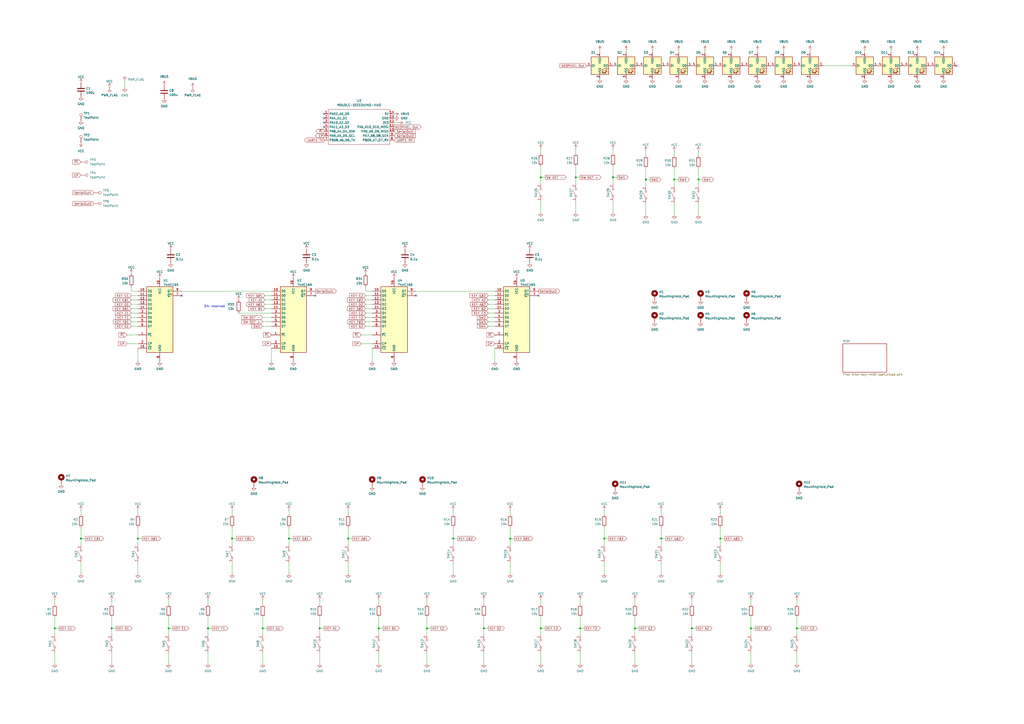
<source format=kicad_sch>
(kicad_sch (version 20231120) (generator "eeschema") (generator_version "8.0")
  (paper "A2")
  (title_block (title "kino-key25") (date "2024-09-17") (rev "20240917") (company "kinoshita laboratory"))
  (lib_symbols
    (symbol "74xx:74HC165"
      (property "Reference" "U" (at -7.62 19.05 0))
      (property "Value" "74HC165" (at -7.62 -21.59 0))
      (symbol "74HC165_1_0"
        (pin input line (at -12.7 -10.16 0) (length 5.08) (name "~{PL}") (number "1"))
        (pin input line (at -12.7 15.24 0) (length 5.08) (name "DS") (number "10"))
        (pin input line (at -12.7 12.7 0) (length 5.08) (name "D0") (number "11"))
        (pin input line (at -12.7 10.16 0) (length 5.08) (name "D1") (number "12"))
        (pin input line (at -12.7 7.62 0) (length 5.08) (name "D2") (number "13"))
        (pin input line (at -12.7 5.08 0) (length 5.08) (name "D3") (number "14"))
        (pin input line (at -12.7 -17.78 0) (length 5.08) (name "~{CE}") (number "15"))
        (pin power_in line (at 0 22.86 270) (length 5.08) (name "VCC") (number "16"))
        (pin input line (at -12.7 -15.24 0) (length 5.08) (name "CP") (number "2"))
        (pin input line (at -12.7 2.54 0) (length 5.08) (name "D4") (number "3"))
        (pin input line (at -12.7 0 0) (length 5.08) (name "D5") (number "4"))
        (pin input line (at -12.7 -2.54 0) (length 5.08) (name "D6") (number "5"))
        (pin input line (at -12.7 -5.08 0) (length 5.08) (name "D7") (number "6"))
        (pin output line (at 12.7 12.7 180) (length 5.08) (name "~{Q7}") (number "7"))
        (pin power_in line (at 0 -25.4 90) (length 5.08) (name "GND") (number "8"))
        (pin output line (at 12.7 15.24 180) (length 5.08) (name "Q7") (number "9"))
      )
    )
    (symbol "Connector:TestPoint" (pin_numbers hide) (pin_names (offset 0.762) hide)
      (property "Reference" "TP" (at 0 6.858 0))
      (property "Value" "TestPoint" (at 0 5.08 0))
      (symbol "TestPoint_1_1"
        (pin passive line (at 0 0 90) (length 2.54) (name "1") (number "1"))
      )
    )
    (symbol "Device:C" (pin_numbers hide) (pin_names (offset 0.254))
      (property "Reference" "C" (at 0.635 2.54 0))
      (property "Value" "C" (at 0.635 -2.54 0))
      (symbol "C_1_1"
        (pin passive line (at 0 3.81 270) (length 2.794) (name "~") (number "1"))
        (pin passive line (at 0 -3.81 90) (length 2.794) (name "~") (number "2"))
      )
    )
    (symbol "Device:R" (pin_numbers hide) (pin_names (offset 0))
      (property "Reference" "R" (at 2.032 0 90))
      (property "Value" "R" (at 0 0 90))
      (symbol "R_1_1"
        (pin passive line (at 0 3.81 270) (length 1.27) (name "~") (number "1"))
        (pin passive line (at 0 -3.81 90) (length 1.27) (name "~") (number "2"))
      )
    )
    (symbol "MOUDLE-SEEEDUINO-XIAO_RP2040:MOUDLE-SEEEDUINO-XIAO"
      (property "Reference" "U" (at -16.51 11.43 0))
      (property "Value" "MOUDLE-SEEEDUINO-XIAO" (at -3.81 -11.43 0))
      (symbol "MOUDLE-SEEEDUINO-XIAO_1_1"
        (pin passive line (at -19.05 7.62 0) (length 2.54) (name "PA02_A0_D0") (number "1"))
        (pin passive line (at 21.59 -2.54 180) (length 2.54) (name "PA5_A9_D9_MISO") (number "10"))
        (pin passive line (at 21.59 0 180) (length 2.54) (name "PA6_A10_D10_MOSI") (number "11"))
        (pin passive line (at 21.59 2.54 180) (length 2.54) (name "3V3") (number "12"))
        (pin passive line (at 21.59 5.08 180) (length 2.54) (name "GND") (number "13"))
        (pin passive line (at 21.59 7.62 180) (length 2.54) (name "5V") (number "14"))
        (pin passive line (at -19.05 5.08 0) (length 2.54) (name "PA4_A1_D1") (number "2"))
        (pin passive line (at -19.05 2.54 0) (length 2.54) (name "PA10_A2_D2") (number "3"))
        (pin passive line (at -19.05 0 0) (length 2.54) (name "PA11_A3_D3") (number "4"))
        (pin passive line (at -19.05 -2.54 0) (length 2.54) (name "PA8_A4_D4_SDA") (number "5"))
        (pin passive line (at -19.05 -5.08 0) (length 2.54) (name "PA9_A5_D5_SCL") (number "6"))
        (pin passive line (at -19.05 -7.62 0) (length 2.54) (name "PB08_A6_D6_TX") (number "7"))
        (pin passive line (at 21.59 -7.62 180) (length 2.54) (name "PB09_A7_D7_RX") (number "8"))
        (pin passive line (at 21.59 -5.08 180) (length 2.54) (name "PA7_A8_D8_SCK") (number "9"))
      )
    )
    (symbol "Mechanical:MountingHole_Pad" (pin_numbers hide) (pin_names (offset 1.016) hide)
      (property "Reference" "H" (at 0 6.35 0))
      (property "Value" "MountingHole_Pad" (at 0 4.445 0))
      (symbol "MountingHole_Pad_1_1"
        (pin input line (at 0 -2.54 90) (length 2.54) (name "1") (number "1"))
      )
    )
    (symbol "Switch:SW_SPST" (pin_names (offset 0) hide)
      (property "Reference" "SW" (at 0 3.175 0))
      (property "Value" "SW_SPST" (at 0 -2.54 0))
      (symbol "SW_SPST_1_1"
        (pin passive line (at -5.08 0 0) (length 2.54) (name "A") (number "1"))
        (pin passive line (at 5.08 0 180) (length 2.54) (name "B") (number "2"))
      )
    )
    (symbol "VCC_10" (power) (pin_numbers hide) (pin_names (offset 0) hide)
      (property "Value" "VCC" (at 0 3.556 0))
      (symbol "VCC_10_1_1"
        (pin power_in line (at 0 0 90) (length 0) (name "~") (number "1"))
      )
    )
    (symbol "VCC_11" (power) (pin_numbers hide) (pin_names (offset 0) hide)
      (property "Value" "VCC" (at 0 3.556 0))
      (symbol "VCC_11_1_1"
        (pin power_in line (at 0 0 90) (length 0) (name "~") (number "1"))
      )
    )
    (symbol "VCC_12" (power) (pin_numbers hide) (pin_names (offset 0) hide)
      (property "Value" "VCC" (at 0 3.556 0))
      (symbol "VCC_12_1_1"
        (pin power_in line (at 0 0 90) (length 0) (name "~") (number "1"))
      )
    )
    (symbol "VCC_13" (power) (pin_numbers hide) (pin_names (offset 0) hide)
      (property "Value" "VCC" (at 0 3.556 0))
      (symbol "VCC_13_1_1"
        (pin power_in line (at 0 0 90) (length 0) (name "~") (number "1"))
      )
    )
    (symbol "VCC_14" (power) (pin_numbers hide) (pin_names (offset 0) hide)
      (property "Value" "VCC" (at 0 3.556 0))
      (symbol "VCC_14_1_1"
        (pin power_in line (at 0 0 90) (length 0) (name "~") (number "1"))
      )
    )
    (symbol "VCC_15" (power) (pin_numbers hide) (pin_names (offset 0) hide)
      (property "Value" "VCC" (at 0 3.556 0))
      (symbol "VCC_15_1_1"
        (pin power_in line (at 0 0 90) (length 0) (name "~") (number "1"))
      )
    )
    (symbol "VCC_16" (power) (pin_numbers hide) (pin_names (offset 0) hide)
      (property "Value" "VCC" (at 0 3.556 0))
      (symbol "VCC_16_1_1"
        (pin power_in line (at 0 0 90) (length 0) (name "~") (number "1"))
      )
    )
    (symbol "VCC_17" (power) (pin_numbers hide) (pin_names (offset 0) hide)
      (property "Value" "VCC" (at 0 3.556 0))
      (symbol "VCC_17_1_1"
        (pin power_in line (at 0 0 90) (length 0) (name "~") (number "1"))
      )
    )
    (symbol "VCC_18" (power) (pin_numbers hide) (pin_names (offset 0) hide)
      (property "Value" "VCC" (at 0 3.556 0))
      (symbol "VCC_18_1_1"
        (pin power_in line (at 0 0 90) (length 0) (name "~") (number "1"))
      )
    )
    (symbol "VCC_19" (power) (pin_numbers hide) (pin_names (offset 0) hide)
      (property "Value" "VCC" (at 0 3.556 0))
      (symbol "VCC_19_1_1"
        (pin power_in line (at 0 0 90) (length 0) (name "~") (number "1"))
      )
    )
    (symbol "VCC_20" (power) (pin_numbers hide) (pin_names (offset 0) hide)
      (property "Value" "VCC" (at 0 3.556 0))
      (symbol "VCC_20_1_1"
        (pin power_in line (at 0 0 90) (length 0) (name "~") (number "1"))
      )
    )
    (symbol "VCC_21" (power) (pin_numbers hide) (pin_names (offset 0) hide)
      (property "Value" "VCC" (at 0 3.556 0))
      (symbol "VCC_21_1_1"
        (pin power_in line (at 0 0 90) (length 0) (name "~") (number "1"))
      )
    )
    (symbol "VCC_22" (power) (pin_numbers hide) (pin_names (offset 0) hide)
      (property "Value" "VCC" (at 0 3.556 0))
      (symbol "VCC_22_1_1"
        (pin power_in line (at 0 0 90) (length 0) (name "~") (number "1"))
      )
    )
    (symbol "VCC_23" (power) (pin_numbers hide) (pin_names (offset 0) hide)
      (property "Value" "VCC" (at 0 3.556 0))
      (symbol "VCC_23_1_1"
        (pin power_in line (at 0 0 90) (length 0) (name "~") (number "1"))
      )
    )
    (symbol "VCC_24" (power) (pin_numbers hide) (pin_names (offset 0) hide)
      (property "Value" "VCC" (at 0 3.556 0))
      (symbol "VCC_24_1_1"
        (pin power_in line (at 0 0 90) (length 0) (name "~") (number "1"))
      )
    )
    (symbol "VCC_25" (power) (pin_numbers hide) (pin_names (offset 0) hide)
      (property "Value" "VCC" (at 0 3.556 0))
      (symbol "VCC_25_1_1"
        (pin power_in line (at 0 0 90) (length 0) (name "~") (number "1"))
      )
    )
    (symbol "VCC_26" (power) (pin_numbers hide) (pin_names (offset 0) hide)
      (property "Value" "VCC" (at 0 3.556 0))
      (symbol "VCC_26_1_1"
        (pin power_in line (at 0 0 90) (length 0) (name "~") (number "1"))
      )
    )
    (symbol "VCC_27" (power) (pin_numbers hide) (pin_names (offset 0) hide)
      (property "Value" "VCC" (at 0 3.556 0))
      (symbol "VCC_27_1_1"
        (pin power_in line (at 0 0 90) (length 0) (name "~") (number "1"))
      )
    )
    (symbol "VCC_28" (power) (pin_numbers hide) (pin_names (offset 0) hide)
      (property "Value" "VCC" (at 0 3.556 0))
      (symbol "VCC_28_1_1"
        (pin power_in line (at 0 0 90) (length 0) (name "~") (number "1"))
      )
    )
    (symbol "VCC_29" (power) (pin_numbers hide) (pin_names (offset 0) hide)
      (property "Value" "VCC" (at 0 3.556 0))
      (symbol "VCC_29_1_1"
        (pin power_in line (at 0 0 90) (length 0) (name "~") (number "1"))
      )
    )
    (symbol "VCC_30" (power) (pin_numbers hide) (pin_names (offset 0) hide)
      (property "Value" "VCC" (at 0 3.556 0))
      (symbol "VCC_30_1_1"
        (pin power_in line (at 0 0 90) (length 0) (name "~") (number "1"))
      )
    )
    (symbol "VCC_31" (power) (pin_numbers hide) (pin_names (offset 0) hide)
      (property "Value" "VCC" (at 0 3.556 0))
      (symbol "VCC_31_1_1"
        (pin power_in line (at 0 0 90) (length 0) (name "~") (number "1"))
      )
    )
    (symbol "VCC_32" (power) (pin_numbers hide) (pin_names (offset 0) hide)
      (property "Value" "VCC" (at 0 3.556 0))
      (symbol "VCC_32_1_1"
        (pin power_in line (at 0 0 90) (length 0) (name "~") (number "1"))
      )
    )
    (symbol "VCC_33" (power) (pin_numbers hide) (pin_names (offset 0) hide)
      (property "Value" "VCC" (at 0 3.556 0))
      (symbol "VCC_33_1_1"
        (pin power_in line (at 0 0 90) (length 0) (name "~") (number "1"))
      )
    )
    (symbol "VCC_34" (power) (pin_numbers hide) (pin_names (offset 0) hide)
      (property "Value" "VCC" (at 0 3.556 0))
      (symbol "VCC_34_1_1"
        (pin power_in line (at 0 0 90) (length 0) (name "~") (number "1"))
      )
    )
    (symbol "VCC_35" (power) (pin_numbers hide) (pin_names (offset 0) hide)
      (property "Value" "VCC" (at 0 3.556 0))
      (symbol "VCC_35_1_1"
        (pin power_in line (at 0 0 90) (length 0) (name "~") (number "1"))
      )
    )
    (symbol "VCC_36" (power) (pin_numbers hide) (pin_names (offset 0) hide)
      (property "Value" "VCC" (at 0 3.556 0))
      (symbol "VCC_36_1_1"
        (pin power_in line (at 0 0 90) (length 0) (name "~") (number "1"))
      )
    )
    (symbol "VCC_37" (power) (pin_numbers hide) (pin_names (offset 0) hide)
      (property "Value" "VCC" (at 0 3.556 0))
      (symbol "VCC_37_1_1"
        (pin power_in line (at 0 0 90) (length 0) (name "~") (number "1"))
      )
    )
    (symbol "VCC_38" (power) (pin_numbers hide) (pin_names (offset 0) hide)
      (property "Value" "VCC" (at 0 3.556 0))
      (symbol "VCC_38_1_1"
        (pin power_in line (at 0 0 90) (length 0) (name "~") (number "1"))
      )
    )
    (symbol "VCC_39" (power) (pin_numbers hide) (pin_names (offset 0) hide)
      (property "Value" "VCC" (at 0 3.556 0))
      (symbol "VCC_39_1_1"
        (pin power_in line (at 0 0 90) (length 0) (name "~") (number "1"))
      )
    )
    (symbol "VCC_4" (power) (pin_numbers hide) (pin_names (offset 0) hide)
      (property "Value" "VCC" (at 0 3.556 0))
      (symbol "VCC_4_1_1"
        (pin power_in line (at 0 0 90) (length 0) (name "~") (number "1"))
      )
    )
    (symbol "VCC_40" (power) (pin_numbers hide) (pin_names (offset 0) hide)
      (property "Value" "VCC" (at 0 3.556 0))
      (symbol "VCC_40_1_1"
        (pin power_in line (at 0 0 90) (length 0) (name "~") (number "1"))
      )
    )
    (symbol "VCC_41" (power) (pin_numbers hide) (pin_names (offset 0) hide)
      (property "Value" "VCC" (at 0 3.556 0))
      (symbol "VCC_41_1_1"
        (pin power_in line (at 0 0 90) (length 0) (name "~") (number "1"))
      )
    )
    (symbol "VCC_42" (power) (pin_numbers hide) (pin_names (offset 0) hide)
      (property "Value" "VCC" (at 0 3.556 0))
      (symbol "VCC_42_1_1"
        (pin power_in line (at 0 0 90) (length 0) (name "~") (number "1"))
      )
    )
    (symbol "VCC_43" (power) (pin_numbers hide) (pin_names (offset 0) hide)
      (property "Value" "VCC" (at 0 3.556 0))
      (symbol "VCC_43_1_1"
        (pin power_in line (at 0 0 90) (length 0) (name "~") (number "1"))
      )
    )
    (symbol "VCC_44" (power) (pin_numbers hide) (pin_names (offset 0) hide)
      (property "Value" "VCC" (at 0 3.556 0))
      (symbol "VCC_44_1_1"
        (pin power_in line (at 0 0 90) (length 0) (name "~") (number "1"))
      )
    )
    (symbol "VCC_45" (power) (pin_numbers hide) (pin_names (offset 0) hide)
      (property "Value" "VCC" (at 0 3.556 0))
      (symbol "VCC_45_1_1"
        (pin power_in line (at 0 0 90) (length 0) (name "~") (number "1"))
      )
    )
    (symbol "VCC_46" (power) (pin_numbers hide) (pin_names (offset 0) hide)
      (property "Value" "VCC" (at 0 3.556 0))
      (symbol "VCC_46_1_1"
        (pin power_in line (at 0 0 90) (length 0) (name "~") (number "1"))
      )
    )
    (symbol "VCC_47" (power) (pin_numbers hide) (pin_names (offset 0) hide)
      (property "Value" "VCC" (at 0 3.556 0))
      (symbol "VCC_47_1_1"
        (pin power_in line (at 0 0 90) (length 0) (name "~") (number "1"))
      )
    )
    (symbol "VCC_5" (power) (pin_numbers hide) (pin_names (offset 0) hide)
      (property "Value" "VCC" (at 0 3.556 0))
      (symbol "VCC_5_1_1"
        (pin power_in line (at 0 0 90) (length 0) (name "~") (number "1"))
      )
    )
    (symbol "VCC_50" (power) (pin_numbers hide) (pin_names (offset 0) hide)
      (property "Value" "VCC" (at 0 3.556 0))
      (symbol "VCC_50_1_1"
        (pin power_in line (at 0 0 90) (length 0) (name "~") (number "1"))
      )
    )
    (symbol "VCC_51" (power) (pin_numbers hide) (pin_names (offset 0) hide)
      (property "Value" "VCC" (at 0 3.556 0))
      (symbol "VCC_51_1_1"
        (pin power_in line (at 0 0 90) (length 0) (name "~") (number "1"))
      )
    )
    (symbol "VCC_6" (power) (pin_numbers hide) (pin_names (offset 0) hide)
      (property "Value" "VCC" (at 0 3.556 0))
      (symbol "VCC_6_1_1"
        (pin power_in line (at 0 0 90) (length 0) (name "~") (number "1"))
      )
    )
    (symbol "VCC_7" (power) (pin_numbers hide) (pin_names (offset 0) hide)
      (property "Value" "VCC" (at 0 3.556 0))
      (symbol "VCC_7_1_1"
        (pin power_in line (at 0 0 90) (length 0) (name "~") (number "1"))
      )
    )
    (symbol "VCC_8" (power) (pin_numbers hide) (pin_names (offset 0) hide)
      (property "Value" "VCC" (at 0 3.556 0))
      (symbol "VCC_8_1_1"
        (pin power_in line (at 0 0 90) (length 0) (name "~") (number "1"))
      )
    )
    (symbol "VCC_9" (power) (pin_numbers hide) (pin_names (offset 0) hide)
      (property "Value" "VCC" (at 0 3.556 0))
      (symbol "VCC_9_1_1"
        (pin power_in line (at 0 0 90) (length 0) (name "~") (number "1"))
      )
    )
    (symbol "mylib:LED_NeoPixel_XL-1615RGBC-WS2812B" (pin_names (offset 0.254))
      (property "Reference" "D" (at 5.08 5.715 0))
      (property "Value" "LED_NeoPixel_XL-1615RGBC-WS2812B" (at -42.418 -9.144 0) (show_name))
      (symbol "LED_NeoPixel_XL-1615RGBC-WS2812B_0_0"
        (text "RGB" (at 2.286 -4.191 0) (effects (font (size 0.762 0.762))))
      )
      (symbol "LED_NeoPixel_XL-1615RGBC-WS2812B_1_1"
        (pin output line (at 7.62 0 180) (length 2.54) (name "DO") (number "1"))
        (pin power_in line (at 0 7.62 270) (length 2.54) (name "VDD") (number "2"))
        (pin power_in line (at 0 -7.62 90) (length 2.54) (name "VSS") (number "3"))
        (pin input line (at -7.62 0 0) (length 2.54) (name "DI") (number "4"))
      )
    )
    (symbol "power:GND" (power) (pin_numbers hide) (pin_names (offset 0) hide)
      (property "Value" "GND" (at 0 -3.81 0))
      (symbol "GND_1_1"
        (pin power_in line (at 0 0 270) (length 0) (name "~") (number "1"))
      )
    )
    (symbol "power:PWR_FLAG" (power) (pin_numbers hide) (pin_names (offset 0) hide)
      (property "Value" "PWR_FLAG" (at 0 3.81 0))
      (symbol "PWR_FLAG_0_0"
        (pin power_out line (at 0 0 90) (length 0) (name "~") (number "1"))
      )
    )
  )
  (junction (at 355.6 102.87))
  (junction (at 334.01 102.87))
  (junction (at 383.54 312.42))
  (junction (at 313.69 364.49))
  (junction (at 295.91 312.42))
  (junction (at 31.75 364.49))
  (junction (at 401.32 364.49))
  (junction (at 313.69 102.87))
  (junction (at 336.55 364.49))
  (junction (at 350.52 312.42))
  (junction (at 374.65 104.14))
  (junction (at 435.61 364.49))
  (junction (at 167.64 312.42))
  (junction (at 280.67 364.49))
  (junction (at 262.89 312.42))
  (junction (at 120.65 364.49))
  (junction (at 391.16 104.14))
  (junction (at 134.62 312.42))
  (junction (at 97.79 364.49))
  (junction (at 219.71 364.49))
  (junction (at 368.3 364.49))
  (junction (at 64.77 364.49))
  (junction (at 46.99 312.42))
  (junction (at 462.28 364.49))
  (junction (at 185.42 364.49))
  (junction (at 417.83 312.42))
  (junction (at 80.01 312.42))
  (junction (at 201.93 312.42))
  (junction (at 405.13 104.14))
  (junction (at 152.4 364.49))
  (junction (at 247.65 364.49))
  (no_connect (at 187.96 71.12))
  (no_connect (at 182.88 171.45))
  (no_connect (at 187.96 73.66))
  (no_connect (at 312.42 171.45))
  (no_connect (at 187.96 68.58))
  (no_connect (at 241.3 171.45))
  (no_connect (at 105.41 171.45))
  (no_connect (at 187.96 66.04))
  (no_connect (at 554.99 38.1))
  (wire (pts (xy 97.79 347.98) (xy 97.79 350.52)))
  (wire (pts (xy 167.64 312.42) (xy 167.64 316.23)))
  (wire (pts (xy 76.2 184.15) (xy 80.01 184.15)))
  (wire (pts (xy 408.94 29.21) (xy 408.94 30.48)))
  (wire (pts (xy 378.46 29.21) (xy 378.46 30.48)))
  (wire (pts (xy 212.09 171.45) (xy 215.9 171.45)))
  (wire (pts (xy 262.89 295.91) (xy 262.89 298.45)))
  (wire (pts (xy 383.54 306.07) (xy 383.54 312.42)))
  (wire (pts (xy 313.69 378.46) (xy 313.69 384.81)))
  (wire (pts (xy 383.54 295.91) (xy 383.54 298.45)))
  (wire (pts (xy 262.89 312.42) (xy 265.43 312.42)))
  (wire (pts (xy 401.32 358.14) (xy 401.32 364.49)))
  (wire (pts (xy 405.13 118.11) (xy 405.13 124.46)))
  (wire (pts (xy 31.75 378.46) (xy 31.75 384.81)))
  (wire (pts (xy 209.55 194.31) (xy 215.9 194.31)))
  (wire (pts (xy 46.99 306.07) (xy 46.99 312.42)))
  (wire (pts (xy 334.01 86.36) (xy 334.01 88.9)))
  (wire (pts (xy 80.01 312.42) (xy 80.01 316.23)))
  (wire (pts (xy 347.98 29.21) (xy 347.98 30.48)))
  (wire (pts (xy 462.28 358.14) (xy 462.28 364.49)))
  (wire (pts (xy 401.32 378.46) (xy 401.32 384.81)))
  (wire (pts (xy 417.83 326.39) (xy 417.83 332.74)))
  (wire (pts (xy 368.3 364.49) (xy 370.84 364.49)))
  (wire (pts (xy 405.13 87.63) (xy 405.13 90.17)))
  (wire (pts (xy 391.16 118.11) (xy 391.16 124.46)))
  (wire (pts (xy 454.66 29.21) (xy 454.66 30.48)))
  (wire (pts (xy 350.52 312.42) (xy 353.06 312.42)))
  (wire (pts (xy 283.21 171.45) (xy 287.02 171.45)))
  (wire (pts (xy 391.16 87.63) (xy 391.16 90.17)))
  (wire (pts (xy 280.67 364.49) (xy 280.67 368.3)))
  (wire (pts (xy 31.75 364.49) (xy 34.29 364.49)))
  (wire (pts (xy 64.77 358.14) (xy 64.77 364.49)))
  (wire (pts (xy 336.55 358.14) (xy 336.55 364.49)))
  (wire (pts (xy 201.93 306.07) (xy 201.93 312.42)))
  (wire (pts (xy 313.69 86.36) (xy 313.69 88.9)))
  (wire (pts (xy 280.67 364.49) (xy 283.21 364.49)))
  (wire (pts (xy 313.69 358.14) (xy 313.69 364.49)))
  (wire (pts (xy 152.4 184.15) (xy 157.48 184.15)))
  (wire (pts (xy 46.99 312.42) (xy 46.99 316.23)))
  (wire (pts (xy 215.9 201.93) (xy 215.9 209.55)))
  (wire (pts (xy 212.09 166.37) (xy 212.09 168.91)))
  (wire (pts (xy 247.65 364.49) (xy 250.19 364.49)))
  (wire (pts (xy 313.69 347.98) (xy 313.69 350.52)))
  (wire (pts (xy 46.99 295.91) (xy 46.99 298.45)))
  (wire (pts (xy 153.67 176.53) (xy 157.48 176.53)))
  (wire (pts (xy 80.01 312.42) (xy 82.55 312.42)))
  (wire (pts (xy 97.79 364.49) (xy 100.33 364.49)))
  (wire (pts (xy 134.62 326.39) (xy 134.62 332.74)))
  (wire (pts (xy 76.2 173.99) (xy 80.01 173.99)))
  (wire (pts (xy 247.65 358.14) (xy 247.65 364.49)))
  (wire (pts (xy 212.09 173.99) (xy 215.9 173.99)))
  (wire (pts (xy 247.65 378.46) (xy 247.65 384.81)))
  (wire (pts (xy 185.42 347.98) (xy 185.42 350.52)))
  (wire (pts (xy 152.4 347.98) (xy 152.4 350.52)))
  (wire (pts (xy 212.09 186.69) (xy 215.9 186.69)))
  (wire (pts (xy 391.16 104.14) (xy 391.16 107.95)))
  (wire (pts (xy 313.69 364.49) (xy 313.69 368.3)))
  (wire (pts (xy 219.71 378.46) (xy 219.71 384.81)))
  (wire (pts (xy 391.16 97.79) (xy 391.16 104.14)))
  (wire (pts (xy 80.01 295.91) (xy 80.01 298.45)))
  (wire (pts (xy 355.6 116.84) (xy 355.6 123.19)))
  (wire (pts (xy 185.42 364.49) (xy 185.42 368.3)))
  (wire (pts (xy 355.6 96.52) (xy 355.6 102.87)))
  (wire (pts (xy 64.77 364.49) (xy 67.31 364.49)))
  (wire (pts (xy 31.75 364.49) (xy 31.75 368.3)))
  (wire (pts (xy 212.09 189.23) (xy 215.9 189.23)))
  (wire (pts (xy 417.83 295.91) (xy 417.83 298.45)))
  (wire (pts (xy 31.75 358.14) (xy 31.75 364.49)))
  (wire (pts (xy 64.77 378.46) (xy 64.77 384.81)))
  (wire (pts (xy 424.18 29.21) (xy 424.18 30.48)))
  (wire (pts (xy 280.67 347.98) (xy 280.67 350.52)))
  (wire (pts (xy 405.13 104.14) (xy 407.67 104.14)))
  (wire (pts (xy 152.4 364.49) (xy 154.94 364.49)))
  (wire (pts (xy 405.13 104.14) (xy 405.13 107.95)))
  (wire (pts (xy 374.65 104.14) (xy 374.65 107.95)))
  (wire (pts (xy 547.37 29.21) (xy 547.37 30.48)))
  (wire (pts (xy 152.4 378.46) (xy 152.4 384.81)))
  (wire (pts (xy 212.09 176.53) (xy 215.9 176.53)))
  (wire (pts (xy 283.21 189.23) (xy 287.02 189.23)))
  (wire (pts (xy 295.91 306.07) (xy 295.91 312.42)))
  (wire (pts (xy 31.75 347.98) (xy 31.75 350.52)))
  (wire (pts (xy 501.65 29.21) (xy 501.65 30.48)))
  (wire (pts (xy 313.69 102.87) (xy 316.23 102.87)))
  (wire (pts (xy 295.91 312.42) (xy 295.91 316.23)))
  (wire (pts (xy 417.83 312.42) (xy 417.83 316.23)))
  (wire (pts (xy 120.65 378.46) (xy 120.65 384.81)))
  (wire (pts (xy 435.61 364.49) (xy 438.15 364.49)))
  (wire (pts (xy 46.99 326.39) (xy 46.99 332.74)))
  (wire (pts (xy 417.83 306.07) (xy 417.83 312.42)))
  (wire (pts (xy 153.67 171.45) (xy 157.48 171.45)))
  (wire (pts (xy 64.77 347.98) (xy 64.77 350.52)))
  (wire (pts (xy 97.79 364.49) (xy 97.79 368.3)))
  (wire (pts (xy 153.67 179.07) (xy 157.48 179.07)))
  (wire (pts (xy 76.2 171.45) (xy 80.01 171.45)))
  (wire (pts (xy 287.02 201.93) (xy 287.02 209.55)))
  (wire (pts (xy 383.54 326.39) (xy 383.54 332.74)))
  (wire (pts (xy 152.4 364.49) (xy 152.4 368.3)))
  (wire (pts (xy 462.28 364.49) (xy 464.82 364.49)))
  (wire (pts (xy 212.09 184.15) (xy 215.9 184.15)))
  (wire (pts (xy 295.91 312.42) (xy 298.45 312.42)))
  (wire (pts (xy 219.71 364.49) (xy 219.71 368.3)))
  (wire (pts (xy 76.2 181.61) (xy 80.01 181.61)))
  (wire (pts (xy 368.3 364.49) (xy 368.3 368.3)))
  (wire (pts (xy 76.2 189.23) (xy 80.01 189.23)))
  (wire (pts (xy 313.69 364.49) (xy 316.23 364.49)))
  (wire (pts (xy 355.6 102.87) (xy 358.14 102.87)))
  (wire (pts (xy 383.54 312.42) (xy 383.54 316.23)))
  (wire (pts (xy 401.32 364.49) (xy 401.32 368.3)))
  (wire (pts (xy 283.21 179.07) (xy 287.02 179.07)))
  (wire (pts (xy 185.42 358.14) (xy 185.42 364.49)))
  (wire (pts (xy 313.69 116.84) (xy 313.69 123.19)))
  (wire (pts (xy 105.41 168.91) (xy 157.48 168.91)))
  (wire (pts (xy 76.2 166.37) (xy 76.2 168.91)))
  (wire (pts (xy 219.71 358.14) (xy 219.71 364.49)))
  (wire (pts (xy 374.65 97.79) (xy 374.65 104.14)))
  (wire (pts (xy 405.13 97.79) (xy 405.13 104.14)))
  (wire (pts (xy 247.65 347.98) (xy 247.65 350.52)))
  (wire (pts (xy 477.52 38.1) (xy 494.03 38.1)))
  (wire (pts (xy 462.28 378.46) (xy 462.28 384.81)))
  (wire (pts (xy 374.65 104.14) (xy 377.19 104.14)))
  (wire (pts (xy 336.55 378.46) (xy 336.55 384.81)))
  (wire (pts (xy 336.55 364.49) (xy 339.09 364.49)))
  (wire (pts (xy 73.66 194.31) (xy 80.01 194.31)))
  (wire (pts (xy 334.01 116.84) (xy 334.01 123.19)))
  (wire (pts (xy 134.62 312.42) (xy 137.16 312.42)))
  (wire (pts (xy 120.65 364.49) (xy 120.65 368.3)))
  (wire (pts (xy 64.77 364.49) (xy 64.77 368.3)))
  (wire (pts (xy 97.79 378.46) (xy 97.79 384.81)))
  (wire (pts (xy 201.93 326.39) (xy 201.93 332.74)))
  (wire (pts (xy 462.28 364.49) (xy 462.28 368.3)))
  (wire (pts (xy 153.67 173.99) (xy 157.48 173.99)))
  (wire (pts (xy 212.09 181.61) (xy 215.9 181.61)))
  (wire (pts (xy 76.2 176.53) (xy 80.01 176.53)))
  (wire (pts (xy 368.3 358.14) (xy 368.3 364.49)))
  (wire (pts (xy 283.21 176.53) (xy 287.02 176.53)))
  (wire (pts (xy 72.39 46.99) (xy 72.39 50.8)))
  (wire (pts (xy 46.99 312.42) (xy 49.53 312.42)))
  (wire (pts (xy 80.01 306.07) (xy 80.01 312.42)))
  (wire (pts (xy 138.43 181.61) (xy 157.48 181.61)))
  (wire (pts (xy 368.3 378.46) (xy 368.3 384.81)))
  (wire (pts (xy 241.3 168.91) (xy 287.02 168.91)))
  (wire (pts (xy 516.89 29.21) (xy 516.89 30.48)))
  (wire (pts (xy 167.64 306.07) (xy 167.64 312.42)))
  (wire (pts (xy 134.62 295.91) (xy 134.62 298.45)))
  (wire (pts (xy 201.93 295.91) (xy 201.93 298.45)))
  (wire (pts (xy 97.79 358.14) (xy 97.79 364.49)))
  (wire (pts (xy 152.4 189.23) (xy 157.48 189.23)))
  (wire (pts (xy 80.01 326.39) (xy 80.01 332.74)))
  (wire (pts (xy 295.91 326.39) (xy 295.91 332.74)))
  (wire (pts (xy 435.61 347.98) (xy 435.61 350.52)))
  (wire (pts (xy 283.21 181.61) (xy 287.02 181.61)))
  (wire (pts (xy 283.21 186.69) (xy 287.02 186.69)))
  (wire (pts (xy 134.62 312.42) (xy 134.62 316.23)))
  (wire (pts (xy 334.01 96.52) (xy 334.01 102.87)))
  (wire (pts (xy 262.89 312.42) (xy 262.89 316.23)))
  (wire (pts (xy 209.55 199.39) (xy 215.9 199.39)))
  (wire (pts (xy 295.91 295.91) (xy 295.91 298.45)))
  (wire (pts (xy 401.32 347.98) (xy 401.32 350.52)))
  (wire (pts (xy 280.67 358.14) (xy 280.67 364.49)))
  (wire (pts (xy 393.7 29.21) (xy 393.7 30.48)))
  (wire (pts (xy 350.52 312.42) (xy 350.52 316.23)))
  (wire (pts (xy 439.42 29.21) (xy 439.42 30.48)))
  (wire (pts (xy 391.16 104.14) (xy 393.7 104.14)))
  (wire (pts (xy 228.6 71.12) (xy 231.14 71.12)))
  (wire (pts (xy 201.93 312.42) (xy 204.47 312.42)))
  (wire (pts (xy 313.69 102.87) (xy 313.69 106.68)))
  (wire (pts (xy 120.65 364.49) (xy 123.19 364.49)))
  (wire (pts (xy 368.3 347.98) (xy 368.3 350.52)))
  (wire (pts (xy 435.61 378.46) (xy 435.61 384.81)))
  (wire (pts (xy 76.2 168.91) (xy 80.01 168.91)))
  (wire (pts (xy 76.2 186.69) (xy 80.01 186.69)))
  (wire (pts (xy 120.65 358.14) (xy 120.65 364.49)))
  (wire (pts (xy 334.01 102.87) (xy 336.55 102.87)))
  (wire (pts (xy 363.22 29.21) (xy 363.22 30.48)))
  (wire (pts (xy 212.09 179.07) (xy 215.9 179.07)))
  (wire (pts (xy 167.64 312.42) (xy 170.18 312.42)))
  (wire (pts (xy 401.32 364.49) (xy 403.86 364.49)))
  (wire (pts (xy 167.64 326.39) (xy 167.64 332.74)))
  (wire (pts (xy 374.65 118.11) (xy 374.65 124.46)))
  (wire (pts (xy 157.48 201.93) (xy 157.48 209.55)))
  (wire (pts (xy 76.2 179.07) (xy 80.01 179.07)))
  (wire (pts (xy 120.65 347.98) (xy 120.65 350.52)))
  (wire (pts (xy 185.42 364.49) (xy 187.96 364.49)))
  (wire (pts (xy 152.4 358.14) (xy 152.4 364.49)))
  (wire (pts (xy 219.71 347.98) (xy 219.71 350.52)))
  (wire (pts (xy 152.4 186.69) (xy 157.48 186.69)))
  (wire (pts (xy 462.28 347.98) (xy 462.28 350.52)))
  (wire (pts (xy 355.6 86.36) (xy 355.6 88.9)))
  (wire (pts (xy 417.83 312.42) (xy 420.37 312.42)))
  (wire (pts (xy 350.52 295.91) (xy 350.52 298.45)))
  (wire (pts (xy 334.01 102.87) (xy 334.01 106.68)))
  (wire (pts (xy 247.65 364.49) (xy 247.65 368.3)))
  (wire (pts (xy 336.55 364.49) (xy 336.55 368.3)))
  (wire (pts (xy 80.01 201.93) (xy 80.01 209.55)))
  (wire (pts (xy 355.6 102.87) (xy 355.6 106.68)))
  (wire (pts (xy 201.93 312.42) (xy 201.93 316.23)))
  (wire (pts (xy 435.61 364.49) (xy 435.61 368.3)))
  (wire (pts (xy 383.54 312.42) (xy 386.08 312.42)))
  (wire (pts (xy 336.55 347.98) (xy 336.55 350.52)))
  (wire (pts (xy 185.42 378.46) (xy 185.42 384.81)))
  (wire (pts (xy 283.21 173.99) (xy 287.02 173.99)))
  (wire (pts (xy 374.65 87.63) (xy 374.65 90.17)))
  (wire (pts (xy 73.66 199.39) (xy 80.01 199.39)))
  (wire (pts (xy 313.69 96.52) (xy 313.69 102.87)))
  (wire (pts (xy 219.71 364.49) (xy 222.25 364.49)))
  (wire (pts (xy 262.89 306.07) (xy 262.89 312.42)))
  (wire (pts (xy 280.67 378.46) (xy 280.67 384.81)))
  (wire (pts (xy 262.89 326.39) (xy 262.89 332.74)))
  (wire (pts (xy 212.09 168.91) (xy 215.9 168.91)))
  (wire (pts (xy 469.9 29.21) (xy 469.9 30.48)))
  (wire (pts (xy 350.52 306.07) (xy 350.52 312.42)))
  (wire (pts (xy 167.64 295.91) (xy 167.64 298.45)))
  (wire (pts (xy 435.61 358.14) (xy 435.61 364.49)))
  (wire (pts (xy 532.13 29.21) (xy 532.13 30.48)))
  (wire (pts (xy 134.62 306.07) (xy 134.62 312.42)))
  (wire (pts (xy 283.21 184.15) (xy 287.02 184.15)))
  (wire (pts (xy 350.52 326.39) (xy 350.52 332.74)))
  (text "D4: reserved" (at 124.46 177.8 0) (effects (font (size 1.27 1.27))))
  (global_label "CP" (shape input) (at 157.48 199.39 180) (property "Intersheetrefs" "${INTERSHEET_REFS}" (effects (hide yes))))
  (global_label "KEY C2" (shape input) (at 212.09 171.45 180) (property "Intersheetrefs" "${INTERSHEET_REFS}" (effects (hide yes))))
  (global_label "SerialOut1" (shape input) (at 228.6 76.2 0) (property "Intersheetrefs" "${INTERSHEET_REFS}" (effects (hide yes))))
  (global_label "UART1 RX" (shape input) (at 228.6 81.28 0) (property "Intersheetrefs" "${INTERSHEET_REFS}" (effects (hide yes))))
  (global_label "KEY G2" (shape output) (at 370.84 364.49 0) (property "Intersheetrefs" "${INTERSHEET_REFS}" (effects (hide yes))))
  (global_label "KEY D#1" (shape output) (at 82.55 312.42 0) (property "Intersheetrefs" "${INTERSHEET_REFS}" (effects (hide yes))))
  (global_label "KEY E2" (shape output) (at 316.23 364.49 0) (property "Intersheetrefs" "${INTERSHEET_REFS}" (effects (hide yes))))
  (global_label "KEY B2" (shape input) (at 283.21 179.07 180) (property "Intersheetrefs" "${INTERSHEET_REFS}" (effects (hide yes))))
  (global_label "KEY A2" (shape input) (at 283.21 173.99 180) (property "Intersheetrefs" "${INTERSHEET_REFS}" (effects (hide yes))))
  (global_label "KEY A2" (shape output) (at 403.86 364.49 0) (property "Intersheetrefs" "${INTERSHEET_REFS}" (effects (hide yes))))
  (global_label "SW OCT -" (shape output) (at 316.23 102.87 0) (property "Intersheetrefs" "${INTERSHEET_REFS}" (effects (hide yes))))
  (global_label "KEY D#2" (shape input) (at 212.09 179.07 180) (property "Intersheetrefs" "${INTERSHEET_REFS}" (effects (hide yes))))
  (global_label "KEY D1" (shape output) (at 67.31 364.49 0) (property "Intersheetrefs" "${INTERSHEET_REFS}" (effects (hide yes))))
  (global_label "KEY C3" (shape input) (at 283.21 181.61 180) (property "Intersheetrefs" "${INTERSHEET_REFS}" (effects (hide yes))))
  (global_label "SW OCT -" (shape input) (at 152.4 184.15 180) (property "Intersheetrefs" "${INTERSHEET_REFS}" (effects (hide yes))))
  (global_label "KEY G2" (shape input) (at 212.09 189.23 180) (property "Intersheetrefs" "${INTERSHEET_REFS}" (effects (hide yes))))
  (global_label "SW1" (shape input) (at 152.4 189.23 180) (property "Intersheetrefs" "${INTERSHEET_REFS}" (effects (hide yes))))
  (global_label "SW2" (shape input) (at 283.21 184.15 180) (property "Intersheetrefs" "${INTERSHEET_REFS}" (effects (hide yes))))
  (global_label "KEY D2" (shape output) (at 283.21 364.49 0) (property "Intersheetrefs" "${INTERSHEET_REFS}" (effects (hide yes))))
  (global_label "NEOPIXEL Out" (shape input) (at 340.36 38.1 180) (property "Intersheetrefs" "${INTERSHEET_REFS}" (effects (hide yes))))
  (global_label "NEOPIXEL Out" (shape output) (at 228.6 73.66 0) (property "Intersheetrefs" "${INTERSHEET_REFS}" (effects (hide yes))))
  (global_label "CP" (shape input) (at 287.02 199.39 180) (property "Intersheetrefs" "${INTERSHEET_REFS}" (effects (hide yes))))
  (global_label "KEY C1" (shape input) (at 76.2 171.45 180) (property "Intersheetrefs" "${INTERSHEET_REFS}" (effects (hide yes))))
  (global_label "SW3" (shape input) (at 283.21 186.69 180) (property "Intersheetrefs" "${INTERSHEET_REFS}" (effects (hide yes))))
  (global_label "KEY F2" (shape output) (at 339.09 364.49 0) (property "Intersheetrefs" "${INTERSHEET_REFS}" (effects (hide yes))))
  (global_label "CP" (shape input) (at 209.55 199.39 180) (property "Intersheetrefs" "${INTERSHEET_REFS}" (effects (hide yes))))
  (global_label "KEY A1" (shape input) (at 153.67 173.99 180) (property "Intersheetrefs" "${INTERSHEET_REFS}" (effects (hide yes))))
  (global_label "CP" (shape input) (at 46.99 101.6 180) (property "Intersheetrefs" "${INTERSHEET_REFS}" (effects (hide yes))))
  (global_label "SW2" (shape output) (at 377.19 104.14 0) (property "Intersheetrefs" "${INTERSHEET_REFS}" (effects (hide yes))))
  (global_label "KEY F1" (shape input) (at 76.2 184.15 180) (property "Intersheetrefs" "${INTERSHEET_REFS}" (effects (hide yes))))
  (global_label "KEY A#1" (shape input) (at 153.67 176.53 180) (property "Intersheetrefs" "${INTERSHEET_REFS}" (effects (hide yes))))
  (global_label "KEY D#1" (shape input) (at 76.2 179.07 180) (property "Intersheetrefs" "${INTERSHEET_REFS}" (effects (hide yes))))
  (global_label "SW4" (shape output) (at 407.67 104.14 0) (property "Intersheetrefs" "${INTERSHEET_REFS}" (effects (hide yes))))
  (global_label "SerialOut2" (shape output) (at 312.42 168.91 0) (property "Intersheetrefs" "${INTERSHEET_REFS}" (effects (hide yes))))
  (global_label "SW3" (shape output) (at 393.7 104.14 0) (property "Intersheetrefs" "${INTERSHEET_REFS}" (effects (hide yes))))
  (global_label "KEY C#2" (shape output) (at 265.43 312.42 0) (property "Intersheetrefs" "${INTERSHEET_REFS}" (effects (hide yes))))
  (global_label "KEY F2" (shape input) (at 212.09 184.15 180) (property "Intersheetrefs" "${INTERSHEET_REFS}" (effects (hide yes))))
  (global_label "KEY C1" (shape output) (at 34.29 364.49 0) (property "Intersheetrefs" "${INTERSHEET_REFS}" (effects (hide yes))))
  (global_label "KEY G#2" (shape input) (at 283.21 171.45 180) (property "Intersheetrefs" "${INTERSHEET_REFS}" (effects (hide yes))))
  (global_label "~{PL}" (shape input) (at 209.55 194.31 180) (property "Intersheetrefs" "${INTERSHEET_REFS}" (effects (hide yes))))
  (global_label "KEY F#2" (shape output) (at 353.06 312.42 0) (property "Intersheetrefs" "${INTERSHEET_REFS}" (effects (hide yes))))
  (global_label "KEY F#2" (shape input) (at 212.09 186.69 180) (property "Intersheetrefs" "${INTERSHEET_REFS}" (effects (hide yes))))
  (global_label "KEY E1" (shape output) (at 100.33 364.49 0) (property "Intersheetrefs" "${INTERSHEET_REFS}" (effects (hide yes))))
  (global_label "SW4" (shape input) (at 283.21 189.23 180) (property "Intersheetrefs" "${INTERSHEET_REFS}" (effects (hide yes))))
  (global_label "KEY A#1" (shape output) (at 204.47 312.42 0) (property "Intersheetrefs" "${INTERSHEET_REFS}" (effects (hide yes))))
  (global_label "KEY G1" (shape input) (at 76.2 189.23 180) (property "Intersheetrefs" "${INTERSHEET_REFS}" (effects (hide yes))))
  (global_label "SW1" (shape output) (at 358.14 102.87 0) (property "Intersheetrefs" "${INTERSHEET_REFS}" (effects (hide yes))))
  (global_label "KEY D2" (shape input) (at 212.09 176.53 180) (property "Intersheetrefs" "${INTERSHEET_REFS}" (effects (hide yes))))
  (global_label "KEY B1" (shape input) (at 153.67 179.07 180) (property "Intersheetrefs" "${INTERSHEET_REFS}" (effects (hide yes))))
  (global_label "KEY G#2" (shape output) (at 386.08 312.42 0) (property "Intersheetrefs" "${INTERSHEET_REFS}" (effects (hide yes))))
  (global_label "KEY D#2" (shape output) (at 298.45 312.42 0) (property "Intersheetrefs" "${INTERSHEET_REFS}" (effects (hide yes))))
  (global_label "KEY A#2" (shape output) (at 420.37 312.42 0) (property "Intersheetrefs" "${INTERSHEET_REFS}" (effects (hide yes))))
  (global_label "UART1 TX" (shape output) (at 187.96 81.28 180) (property "Intersheetrefs" "${INTERSHEET_REFS}" (effects (hide yes))))
  (global_label "CP" (shape output) (at 187.96 78.74 180) (property "Intersheetrefs" "${INTERSHEET_REFS}" (effects (hide yes))))
  (global_label "KEY E2" (shape input) (at 212.09 181.61 180) (property "Intersheetrefs" "${INTERSHEET_REFS}" (effects (hide yes))))
  (global_label "KEY F#1" (shape output) (at 137.16 312.42 0) (property "Intersheetrefs" "${INTERSHEET_REFS}" (effects (hide yes))))
  (global_label "CP" (shape input) (at 73.66 199.39 180) (property "Intersheetrefs" "${INTERSHEET_REFS}" (effects (hide yes))))
  (global_label "SerialOut2" (shape input) (at 228.6 78.74 0) (property "Intersheetrefs" "${INTERSHEET_REFS}" (effects (hide yes))))
  (global_label "KEY A#2" (shape input) (at 283.21 176.53 180) (property "Intersheetrefs" "${INTERSHEET_REFS}" (effects (hide yes))))
  (global_label "KEY C#1" (shape output) (at 49.53 312.42 0) (property "Intersheetrefs" "${INTERSHEET_REFS}" (effects (hide yes))))
  (global_label "~{PL}" (shape input) (at 157.48 194.31 180) (property "Intersheetrefs" "${INTERSHEET_REFS}" (effects (hide yes))))
  (global_label "KEY C2" (shape output) (at 250.19 364.49 0) (property "Intersheetrefs" "${INTERSHEET_REFS}" (effects (hide yes))))
  (global_label "~{PL}" (shape output) (at 187.96 76.2 180) (property "Intersheetrefs" "${INTERSHEET_REFS}" (effects (hide yes))))
  (global_label "KEY C#1" (shape input) (at 76.2 173.99 180) (property "Intersheetrefs" "${INTERSHEET_REFS}" (effects (hide yes))))
  (global_label "KEY G#1" (shape input) (at 153.67 171.45 180) (property "Intersheetrefs" "${INTERSHEET_REFS}" (effects (hide yes))))
  (global_label "KEY G#1" (shape output) (at 170.18 312.42 0) (property "Intersheetrefs" "${INTERSHEET_REFS}" (effects (hide yes))))
  (global_label "SerialOut1" (shape input) (at 54.61 111.76 180) (property "Intersheetrefs" "${INTERSHEET_REFS}" (effects (hide yes))))
  (global_label "KEY G1" (shape output) (at 154.94 364.49 0) (property "Intersheetrefs" "${INTERSHEET_REFS}" (effects (hide yes))))
  (global_label "SerialOut2" (shape input) (at 54.61 118.11 180) (property "Intersheetrefs" "${INTERSHEET_REFS}" (effects (hide yes))))
  (global_label "KEY C3" (shape output) (at 464.82 364.49 0) (property "Intersheetrefs" "${INTERSHEET_REFS}" (effects (hide yes))))
  (global_label "KEY D1" (shape input) (at 76.2 176.53 180) (property "Intersheetrefs" "${INTERSHEET_REFS}" (effects (hide yes))))
  (global_label "~{PL}" (shape input) (at 73.66 194.31 180) (property "Intersheetrefs" "${INTERSHEET_REFS}" (effects (hide yes))))
  (global_label "SW OCT +" (shape input) (at 152.4 186.69 180) (property "Intersheetrefs" "${INTERSHEET_REFS}" (effects (hide yes))))
  (global_label "SerialOut1" (shape output) (at 182.88 168.91 0) (property "Intersheetrefs" "${INTERSHEET_REFS}" (effects (hide yes))))
  (global_label "KEY C#2" (shape input) (at 212.09 173.99 180) (property "Intersheetrefs" "${INTERSHEET_REFS}" (effects (hide yes))))
  (global_label "KEY A1" (shape output) (at 187.96 364.49 0) (property "Intersheetrefs" "${INTERSHEET_REFS}" (effects (hide yes))))
  (global_label "KEY F1" (shape output) (at 123.19 364.49 0) (property "Intersheetrefs" "${INTERSHEET_REFS}" (effects (hide yes))))
  (global_label "SW OCT +" (shape output) (at 336.55 102.87 0) (property "Intersheetrefs" "${INTERSHEET_REFS}" (effects (hide yes))))
  (global_label "~{PL}" (shape input) (at 287.02 194.31 180) (property "Intersheetrefs" "${INTERSHEET_REFS}" (effects (hide yes))))
  (global_label "~{PL}" (shape input) (at 46.99 93.98 180) (property "Intersheetrefs" "${INTERSHEET_REFS}" (effects (hide yes))))
  (global_label "KEY B2" (shape output) (at 438.15 364.49 0) (property "Intersheetrefs" "${INTERSHEET_REFS}" (effects (hide yes))))
  (global_label "KEY E1" (shape input) (at 76.2 181.61 180) (property "Intersheetrefs" "${INTERSHEET_REFS}" (effects (hide yes))))
  (global_label "KEY B1" (shape output) (at 222.25 364.49 0) (property "Intersheetrefs" "${INTERSHEET_REFS}" (effects (hide yes))))
  (global_label "KEY F#1" (shape input) (at 76.2 186.69 180) (property "Intersheetrefs" "${INTERSHEET_REFS}" (effects (hide yes))))
  (symbol (lib_name "VCC_13") (lib_id "power:VCC") (at 228.6 66.04 270) (mirror x) (unit 1)
    (property "Reference" "#PWR0147" (effects (hide yes)))
    (property "Value" "VBUS" (at 232.41 66.0399 90) (effects (justify left)))
    (property "Description" "Power symbol creates a global label with name \"VCC\"" (effects (hide yes)))
  )
  (symbol (lib_id "Switch:SW_SPST") (at 334.01 111.76 90) (unit 1)
    (property "Reference" "SW27" (at 331.1962 111.76 0))
    (property "Value" "SW_SPST" (effects (hide yes)))
    (property "Footprint" "my_footprint:SW_Tactile_6mm_x_6mm_Futsuuno_SMD" (effects (hide yes)))
    (property "LCSC" "C294566" (effects (hide yes)))
  )
  (symbol (lib_id "mylib:LED_NeoPixel_XL-1615RGBC-WS2812B") (at 408.94 38.1 0) (unit 1)
    (property "Reference" "D5" (at 405.13 30.48 0))
    (property "Value" "LED_NeoPixel_XL-1615RGBC-WS2812B" (effects (hide yes)))
    (property "Footprint" "my_footprint:LED_NeoPixel_XL-1615RGBC-WS2812B" (effects (hide yes)))
    (property "Description" "RGB LED with integrated controller" (effects (hide yes)))
    (property "LCSC" "C5349954" (effects (hide yes)))
  )
  (symbol (lib_id "power:GND") (at 547.37 45.72 0) (unit 1)
    (property "Reference" "#PWR0146" (effects (hide yes)))
    (property "Value" "GND" (at 547.37 50.1634 0))
    (property "Description" "Power symbol creates a global label with name \"GND\" , ground" (effects (hide yes)))
  )
  (symbol (lib_id "power:GND") (at 35.56 280.67 0) (unit 1)
    (property "Reference" "#PWR0139" (effects (hide yes)))
    (property "Value" "GND" (at 35.56 285.1134 0))
    (property "Description" "Power symbol creates a global label with name \"GND\" , ground" (effects (hide yes)))
  )
  (symbol (lib_id "power:GND") (at 46.99 332.74 0) (unit 1)
    (property "Reference" "#PWR010" (effects (hide yes)))
    (property "Value" "GND" (at 46.99 337.1834 0))
    (property "Description" "Power symbol creates a global label with name \"GND\" , ground" (effects (hide yes)))
  )
  (symbol (lib_name "VCC_5") (lib_id "power:VCC") (at 92.71 161.29 0) (mirror y) (unit 1)
    (property "Reference" "#PWR015" (effects (hide yes)))
    (property "Value" "VCC" (at 92.71 157.7142 0))
    (property "Description" "Power symbol creates a global label with name \"VCC\"" (effects (hide yes)))
  )
  (symbol (lib_id "Device:R") (at 134.62 302.26 0) (mirror y) (unit 1)
    (property "Reference" "R7" (at 132.842 301.4253 0) (effects (justify left)))
    (property "Value" "10k" (at 132.842 303.9622 0) (effects (justify left)))
    (property "Footprint" "Resistor_SMD:R_0402_1005Metric_Pad0.72x0.64mm_HandSolder" (effects (hide yes)))
    (property "LCSC" "C25744" (effects (hide yes)))
  )
  (symbol (lib_id "Switch:SW_SPST") (at 336.55 373.38 90) (unit 1)
    (property "Reference" "SW18" (at 333.7362 373.38 0))
    (property "Value" "SW_SPST" (effects (hide yes)))
    (property "Footprint" "my_footprint:SW_Tactile_6mm_x_6mm_Futsuuno_SMD" (effects (hide yes)))
    (property "LCSC" "C294566" (effects (hide yes)))
  )
  (symbol (lib_id "power:GND") (at 379.73 186.69 0) (unit 1)
    (property "Reference" "#PWR085" (effects (hide yes)))
    (property "Value" "GND" (at 379.73 191.1334 0))
    (property "Description" "Power symbol creates a global label with name \"GND\" , ground" (effects (hide yes)))
  )
  (symbol (lib_name "VCC_13") (lib_id "power:VCC") (at 547.37 29.21 0) (mirror y) (unit 1)
    (property "Reference" "#PWR0122" (effects (hide yes)))
    (property "Value" "VBUS" (at 547.37 24.13 0))
    (property "Description" "Power symbol creates a global label with name \"VCC\"" (effects (hide yes)))
  )
  (symbol (lib_name "VCC_8") (lib_id "power:VCC") (at 97.79 347.98 0) (unit 1)
    (property "Reference" "#PWR021" (effects (hide yes)))
    (property "Value" "VCC" (at 97.79 344.4042 0))
    (property "Description" "Power symbol creates a global label with name \"VCC\"" (effects (hide yes)))
  )
  (symbol (lib_id "Switch:SW_SPST") (at 383.54 321.31 90) (unit 1)
    (property "Reference" "SW21" (at 380.7262 321.31 0))
    (property "Value" "SW_SPST" (effects (hide yes)))
    (property "Footprint" "my_footprint:SW_Tactile_6mm_x_6mm_Futsuuno_SMD" (effects (hide yes)))
    (property "LCSC" "C294566" (effects (hide yes)))
  )
  (symbol (lib_id "power:GND") (at 313.69 123.19 0) (unit 1)
    (property "Reference" "#PWR063" (effects (hide yes)))
    (property "Value" "GND" (at 313.69 127.6334 0))
    (property "Description" "Power symbol creates a global label with name \"GND\" , ground" (effects (hide yes)))
  )
  (symbol (lib_id "Mechanical:MountingHole_Pad") (at 379.73 184.15 0) (unit 1)
    (property "Reference" "H2" (at 382.27 182.0453 0) (effects (justify left)))
    (property "Value" "MountingHole_Pad" (at 382.27 184.5822 0) (effects (justify left)))
    (property "Footprint" "MountingHole:MountingHole_3.2mm_M3_DIN965_Pad" (effects (hide yes)))
  )
  (symbol (lib_id "power:GND") (at 532.13 45.72 0) (unit 1)
    (property "Reference" "#PWR0123" (effects (hide yes)))
    (property "Value" "GND" (at 532.13 50.1634 0))
    (property "Description" "Power symbol creates a global label with name \"GND\" , ground" (effects (hide yes)))
  )
  (symbol (lib_id "Switch:SW_SPST") (at 391.16 113.03 90) (unit 1)
    (property "Reference" "SW30" (at 388.3462 113.03 0))
    (property "Value" "SW_SPST" (effects (hide yes)))
    (property "Footprint" "my_footprint:SW_Tactile_6mm_x_6mm_Futsuuno_SMD" (effects (hide yes)))
    (property "LCSC" "C294566" (effects (hide yes)))
  )
  (symbol (lib_id "Mechanical:MountingHole_Pad") (at 433.07 171.45 0) (unit 1)
    (property "Reference" "H5" (at 435.61 169.3453 0) (effects (justify left)))
    (property "Value" "MountingHole_Pad" (at 435.61 171.8822 0) (effects (justify left)))
    (property "Footprint" "MountingHole:MountingHole_3.2mm_M3_DIN965_Pad" (effects (hide yes)))
  )
  (symbol (lib_id "Device:R") (at 462.28 354.33 0) (mirror y) (unit 1)
    (property "Reference" "R25" (at 460.502 353.4953 0) (effects (justify left)))
    (property "Value" "10k" (at 460.502 356.0322 0) (effects (justify left)))
    (property "Footprint" "Resistor_SMD:R_0402_1005Metric_Pad0.72x0.64mm_HandSolder" (effects (hide yes)))
    (property "LCSC" "C25744" (effects (hide yes)))
  )
  (symbol (lib_id "power:GND") (at 228.6 209.55 0) (unit 1)
    (property "Reference" "#PWR045" (effects (hide yes)))
    (property "Value" "GND" (at 228.6 213.9934 0))
    (property "Description" "Power symbol creates a global label with name \"GND\" , ground" (effects (hide yes)))
  )
  (symbol (lib_id "power:GND") (at 417.83 332.74 0) (unit 1)
    (property "Reference" "#PWR0109" (effects (hide yes)))
    (property "Value" "GND" (at 417.83 337.1834 0))
    (property "Description" "Power symbol creates a global label with name \"GND\" , ground" (effects (hide yes)))
  )
  (symbol (lib_id "power:GND") (at 134.62 332.74 0) (unit 1)
    (property "Reference" "#PWR028" (effects (hide yes)))
    (property "Value" "GND" (at 134.62 337.1834 0))
    (property "Description" "Power symbol creates a global label with name \"GND\" , ground" (effects (hide yes)))
  )
  (symbol (lib_id "Device:R") (at 280.67 354.33 0) (mirror y) (unit 1)
    (property "Reference" "R15" (at 278.892 353.4953 0) (effects (justify left)))
    (property "Value" "10k" (at 278.892 356.0322 0) (effects (justify left)))
    (property "Footprint" "Resistor_SMD:R_0402_1005Metric_Pad0.72x0.64mm_HandSolder" (effects (hide yes)))
    (property "LCSC" "C25744" (effects (hide yes)))
  )
  (symbol (lib_id "power:GND") (at 379.73 173.99 0) (unit 1)
    (property "Reference" "#PWR084" (effects (hide yes)))
    (property "Value" "GND" (at 379.73 178.4334 0))
    (property "Description" "Power symbol creates a global label with name \"GND\" , ground" (effects (hide yes)))
  )
  (symbol (lib_id "power:GND") (at 439.42 45.72 0) (unit 1)
    (property "Reference" "#PWR0107" (effects (hide yes)))
    (property "Value" "GND" (at 439.42 50.1634 0))
    (property "Description" "Power symbol creates a global label with name \"GND\" , ground" (effects (hide yes)))
  )
  (symbol (lib_id "Device:R") (at 212.09 162.56 0) (mirror y) (unit 1)
    (property "Reference" "R34" (at 210.312 161.7253 0) (effects (justify left)))
    (property "Value" "10k" (at 210.312 164.2622 0) (effects (justify left)))
    (property "Footprint" "Resistor_SMD:R_0402_1005Metric_Pad0.72x0.64mm_HandSolder" (effects (hide yes)))
    (property "LCSC" "C25744" (effects (hide yes)))
  )
  (symbol (lib_id "Switch:SW_SPST") (at 350.52 321.31 90) (unit 1)
    (property "Reference" "SW19" (at 347.7062 321.31 0))
    (property "Value" "SW_SPST" (effects (hide yes)))
    (property "Footprint" "my_footprint:SW_Tactile_6mm_x_6mm_Futsuuno_SMD" (effects (hide yes)))
    (property "LCSC" "C294566" (effects (hide yes)))
  )
  (symbol (lib_name "VCC_13") (lib_id "power:VCC") (at 393.7 29.21 0) (mirror y) (unit 1)
    (property "Reference" "#PWR082" (effects (hide yes)))
    (property "Value" "VBUS" (at 393.7 24.13 0))
    (property "Description" "Power symbol creates a global label with name \"VCC\"" (effects (hide yes)))
  )
  (symbol (lib_id "power:GND") (at 363.22 45.72 0) (unit 1)
    (property "Reference" "#PWR077" (effects (hide yes)))
    (property "Value" "GND" (at 363.22 50.1634 0))
    (property "Description" "Power symbol creates a global label with name \"GND\" , ground" (effects (hide yes)))
  )
  (symbol (lib_id "power:GND") (at 215.9 281.94 0) (unit 1)
    (property "Reference" "#PWR0141" (effects (hide yes)))
    (property "Value" "GND" (at 215.9 286.3834 0))
    (property "Description" "Power symbol creates a global label with name \"GND\" , ground" (effects (hide yes)))
  )
  (symbol (lib_id "power:GND") (at 80.01 209.55 0) (unit 1)
    (property "Reference" "#PWR012" (effects (hide yes)))
    (property "Value" "GND" (at 80.01 213.9934 0))
    (property "Description" "Power symbol creates a global label with name \"GND\" , ground" (effects (hide yes)))
  )
  (symbol (lib_name "VCC_6") (lib_id "power:VCC") (at 299.72 161.29 0) (mirror y) (unit 1)
    (property "Reference" "#PWR056" (effects (hide yes)))
    (property "Value" "VCC" (at 299.72 157.7142 0))
    (property "Description" "Power symbol creates a global label with name \"VCC\"" (effects (hide yes)))
  )
  (symbol (lib_id "power:GND") (at 408.94 45.72 0) (unit 1)
    (property "Reference" "#PWR097" (effects (hide yes)))
    (property "Value" "GND" (at 408.94 50.1634 0))
    (property "Description" "Power symbol creates a global label with name \"GND\" , ground" (effects (hide yes)))
  )
  (symbol (lib_id "power:GND") (at 99.06 152.4 0) (unit 1)
    (property "Reference" "#PWR018" (effects (hide yes)))
    (property "Value" "GND" (at 99.06 156.8434 0))
    (property "Description" "Power symbol creates a global label with name \"GND\" , ground" (effects (hide yes)))
  )
  (symbol (lib_id "mylib:LED_NeoPixel_XL-1615RGBC-WS2812B") (at 347.98 38.1 0) (unit 1)
    (property "Reference" "D1" (at 344.17 30.48 0))
    (property "Value" "LED_NeoPixel_XL-1615RGBC-WS2812B" (effects (hide yes)))
    (property "Footprint" "my_footprint:LED_NeoPixel_XL-1615RGBC-WS2812B" (effects (hide yes)))
    (property "Description" "RGB LED with integrated controller" (effects (hide yes)))
    (property "LCSC" "C5349954" (effects (hide yes)))
  )
  (symbol (lib_id "74xx:74HC165") (at 299.72 184.15 0) (unit 1)
    (property "Reference" "U5" (at 301.7394 162.6702 0) (effects (justify left)))
    (property "Value" "74HC165" (at 301.7394 165.2071 0) (effects (justify left)))
    (property "Footprint" "Package_SO:TSSOP-16_4.4x5mm_P0.65mm" (effects (hide yes)))
    (property "Datasheet" "https://assets.nexperia.com/documents/data-sheet/74HC_HCT165.pdf" (effects (hide yes)))
    (property "LCSC" "C80696" (effects (hide yes)))
  )
  (symbol (lib_id "power:GND") (at 463.55 284.48 0) (unit 1)
    (property "Reference" "#PWR0144" (effects (hide yes)))
    (property "Value" "GND" (at 463.55 288.9234 0))
    (property "Description" "Power symbol creates a global label with name \"GND\" , ground" (effects (hide yes)))
  )
  (symbol (lib_id "power:GND") (at 516.89 45.72 0) (unit 1)
    (property "Reference" "#PWR0121" (effects (hide yes)))
    (property "Value" "GND" (at 516.89 50.1634 0))
    (property "Description" "Power symbol creates a global label with name \"GND\" , ground" (effects (hide yes)))
  )
  (symbol (lib_id "power:GND") (at 501.65 45.72 0) (unit 1)
    (property "Reference" "#PWR0119" (effects (hide yes)))
    (property "Value" "GND" (at 501.65 50.1634 0))
    (property "Description" "Power symbol creates a global label with name \"GND\" , ground" (effects (hide yes)))
  )
  (symbol (lib_id "Switch:SW_SPST") (at 185.42 373.38 90) (unit 1)
    (property "Reference" "SW10" (at 182.6062 373.38 0))
    (property "Value" "SW_SPST" (effects (hide yes)))
    (property "Footprint" "my_footprint:SW_Tactile_6mm_x_6mm_Futsuuno_SMD" (effects (hide yes)))
    (property "LCSC" "C294566" (effects (hide yes)))
  )
  (symbol (lib_name "VCC_7") (lib_id "power:VCC") (at 247.65 347.98 0) (unit 1)
    (property "Reference" "#PWR051" (effects (hide yes)))
    (property "Value" "VCC" (at 247.65 344.4042 0))
    (property "Description" "Power symbol creates a global label with name \"VCC\"" (effects (hide yes)))
  )
  (symbol (lib_name "VCC_13") (lib_id "power:VCC") (at 46.99 48.26 0) (mirror y) (unit 1)
    (property "Reference" "#PWR01" (effects (hide yes)))
    (property "Value" "VCC" (at 46.99 44.6842 0))
    (property "Description" "Power symbol creates a global label with name \"VCC\"" (effects (hide yes)))
  )
  (symbol (lib_id "Switch:SW_SPST") (at 80.01 321.31 90) (unit 1)
    (property "Reference" "SW4" (at 77.1962 321.31 0))
    (property "Value" "SW_SPST" (effects (hide yes)))
    (property "Footprint" "my_footprint:SW_Tactile_6mm_x_6mm_Futsuuno_SMD" (effects (hide yes)))
    (property "LCSC" "C294566" (effects (hide yes)))
  )
  (symbol (lib_id "power:GND") (at 393.7 45.72 0) (unit 1)
    (property "Reference" "#PWR089" (effects (hide yes)))
    (property "Value" "GND" (at 393.7 50.1634 0))
    (property "Description" "Power symbol creates a global label with name \"GND\" , ground" (effects (hide yes)))
  )
  (symbol (lib_id "power:GND") (at 97.79 384.81 0) (unit 1)
    (property "Reference" "#PWR022" (effects (hide yes)))
    (property "Value" "GND" (at 97.79 389.2534 0))
    (property "Description" "Power symbol creates a global label with name \"GND\" , ground" (effects (hide yes)))
  )
  (symbol (lib_name "VCC_13") (lib_id "power:VCC") (at 501.65 29.21 0) (mirror y) (unit 1)
    (property "Reference" "#PWR0114" (effects (hide yes)))
    (property "Value" "VBUS" (at 501.65 24.13 0))
    (property "Description" "Power symbol creates a global label with name \"VCC\"" (effects (hide yes)))
  )
  (symbol (lib_id "Device:C") (at 307.34 148.59 0) (unit 1)
    (property "Reference" "C5" (at 310.261 147.7553 0) (effects (justify left)))
    (property "Value" "0.1u" (at 310.261 150.2922 0) (effects (justify left)))
    (property "Footprint" "Capacitor_SMD:C_0402_1005Metric_Pad0.74x0.62mm_HandSolder" (effects (hide yes)))
    (property "LCSC" "C1525" (effects (hide yes)))
  )
  (symbol (lib_name "VCC_13") (lib_id "power:VCC") (at 424.18 29.21 0) (mirror y) (unit 1)
    (property "Reference" "#PWR096" (effects (hide yes)))
    (property "Value" "VBUS" (at 424.18 24.13 0))
    (property "Description" "Power symbol creates a global label with name \"VCC\"" (effects (hide yes)))
  )
  (symbol (lib_id "Connector:TestPoint") (at 54.61 111.76 270) (unit 1)
    (property "Reference" "TP5" (at 59.69 110.4899 90) (effects (justify left)))
    (property "Value" "TestPoint" (at 59.69 113.0299 90) (effects (justify left)))
    (property "Footprint" "TestPoint:TestPoint_THTPad_D2.0mm_Drill1.0mm" (effects (hide yes)))
  )
  (symbol (lib_name "VCC_9") (lib_id "power:VCC") (at 201.93 295.91 0) (unit 1)
    (property "Reference" "#PWR041" (effects (hide yes)))
    (property "Value" "VCC" (at 201.93 292.3342 0))
    (property "Description" "Power symbol creates a global label with name \"VCC\"" (effects (hide yes)))
  )
  (symbol (lib_id "Device:R") (at 46.99 302.26 0) (mirror y) (unit 1)
    (property "Reference" "R2" (at 45.212 301.4253 0) (effects (justify left)))
    (property "Value" "10k" (at 45.212 303.9622 0) (effects (justify left)))
    (property "Footprint" "Resistor_SMD:R_0402_1005Metric_Pad0.72x0.64mm_HandSolder" (effects (hide yes)))
    (property "LCSC" "C25744" (effects (hide yes)))
  )
  (symbol (lib_name "VCC_12") (lib_id "power:VCC") (at 307.34 144.78 0) (mirror y) (unit 1)
    (property "Reference" "#PWR060" (effects (hide yes)))
    (property "Value" "VCC" (at 307.34 141.2042 0))
    (property "Description" "Power symbol creates a global label with name \"VCC\"" (effects (hide yes)))
  )
  (symbol (lib_id "74xx:74HC165") (at 92.71 184.15 0) (unit 1)
    (property "Reference" "U1" (at 94.7294 162.6702 0) (effects (justify left)))
    (property "Value" "74HC165" (at 94.7294 165.2071 0) (effects (justify left)))
    (property "Footprint" "Package_SO:TSSOP-16_4.4x5mm_P0.65mm" (effects (hide yes)))
    (property "Datasheet" "https://assets.nexperia.com/documents/data-sheet/74HC_HCT165.pdf" (effects (hide yes)))
    (property "LCSC" "C80696" (effects (hide yes)))
  )
  (symbol (lib_id "power:GND") (at 245.11 281.94 0) (unit 1)
    (property "Reference" "#PWR0142" (effects (hide yes)))
    (property "Value" "GND" (at 245.11 286.3834 0))
    (property "Description" "Power symbol creates a global label with name \"GND\" , ground" (effects (hide yes)))
  )
  (symbol (lib_name "VCC_13") (lib_id "power:VCC") (at 439.42 29.21 0) (mirror y) (unit 1)
    (property "Reference" "#PWR0100" (effects (hide yes)))
    (property "Value" "VBUS" (at 439.42 24.13 0))
    (property "Description" "Power symbol creates a global label with name \"VCC\"" (effects (hide yes)))
  )
  (symbol (lib_id "Device:R") (at 355.6 92.71 0) (mirror y) (unit 1)
    (property "Reference" "R28" (at 353.822 91.8753 0) (effects (justify left)))
    (property "Value" "10k" (at 353.822 94.4122 0) (effects (justify left)))
    (property "Footprint" "Resistor_SMD:R_0402_1005Metric_Pad0.72x0.64mm_HandSolder" (effects (hide yes)))
    (property "LCSC" "C25744" (effects (hide yes)))
  )
  (symbol (lib_name "VCC_11") (lib_id "power:VCC") (at 368.3 347.98 0) (unit 1)
    (property "Reference" "#PWR090" (effects (hide yes)))
    (property "Value" "VCC" (at 368.3 344.4042 0))
    (property "Description" "Power symbol creates a global label with name \"VCC\"" (effects (hide yes)))
  )
  (symbol (lib_name "VCC_10") (lib_id "power:VCC") (at 212.09 158.75 0) (mirror y) (unit 1)
    (property "Reference" "#PWR039" (effects (hide yes)))
    (property "Value" "VCC" (at 212.09 155.1742 0))
    (property "Description" "Power symbol creates a global label with name \"VCC\"" (effects (hide yes)))
  )
  (symbol (lib_id "power:GND") (at 350.52 332.74 0) (unit 1)
    (property "Reference" "#PWR081" (effects (hide yes)))
    (property "Value" "GND" (at 350.52 337.1834 0))
    (property "Description" "Power symbol creates a global label with name \"GND\" , ground" (effects (hide yes)))
  )
  (symbol (lib_id "Device:R") (at 350.52 302.26 0) (mirror y) (unit 1)
    (property "Reference" "R19" (at 348.742 301.4253 0) (effects (justify left)))
    (property "Value" "10k" (at 348.742 303.9622 0) (effects (justify left)))
    (property "Footprint" "Resistor_SMD:R_0402_1005Metric_Pad0.72x0.64mm_HandSolder" (effects (hide yes)))
    (property "LCSC" "C25744" (effects (hide yes)))
  )
  (symbol (lib_name "VCC_13") (lib_id "power:VCC") (at 378.46 29.21 0) (mirror y) (unit 1)
    (property "Reference" "#PWR076" (effects (hide yes)))
    (property "Value" "VBUS" (at 378.46 24.13 0))
    (property "Description" "Power symbol creates a global label with name \"VCC\"" (effects (hide yes)))
  )
  (symbol (lib_id "Device:R") (at 435.61 354.33 0) (mirror y) (unit 1)
    (property "Reference" "R24" (at 433.832 353.4953 0) (effects (justify left)))
    (property "Value" "10k" (at 433.832 356.0322 0) (effects (justify left)))
    (property "Footprint" "Resistor_SMD:R_0402_1005Metric_Pad0.72x0.64mm_HandSolder" (effects (hide yes)))
    (property "LCSC" "C25744" (effects (hide yes)))
  )
  (symbol (lib_id "power:GND") (at 405.13 124.46 0) (unit 1)
    (property "Reference" "#PWR093" (effects (hide yes)))
    (property "Value" "GND" (at 405.13 128.9034 0))
    (property "Description" "Power symbol creates a global label with name \"GND\" , ground" (effects (hide yes)))
  )
  (symbol (lib_id "power:GND") (at 307.34 152.4 0) (unit 1)
    (property "Reference" "#PWR061" (effects (hide yes)))
    (property "Value" "GND" (at 307.34 156.8434 0))
    (property "Description" "Power symbol creates a global label with name \"GND\" , ground" (effects (hide yes)))
  )
  (symbol (lib_name "VCC_4") (lib_id "power:VCC") (at 76.2 158.75 0) (mirror y) (unit 1)
    (property "Reference" "#PWR011" (effects (hide yes)))
    (property "Value" "VCC" (at 76.2 155.1742 0))
    (property "Description" "Power symbol creates a global label with name \"VCC\"" (effects (hide yes)))
  )
  (symbol (lib_id "power:GND") (at 152.4 384.81 0) (unit 1)
    (property "Reference" "#PWR034" (effects (hide yes)))
    (property "Value" "GND" (at 152.4 389.2534 0))
    (property "Description" "Power symbol creates a global label with name \"GND\" , ground" (effects (hide yes)))
  )
  (symbol (lib_id "Connector:TestPoint") (at 46.99 82.55 0) (unit 1)
    (property "Reference" "TP2" (at 48.387 78.4133 0) (effects (justify left)))
    (property "Value" "TestPoint" (at 48.387 80.9502 0) (effects (justify left)))
    (property "Footprint" "TestPoint:TestPoint_THTPad_D2.0mm_Drill1.0mm" (effects (hide yes)))
  )
  (symbol (lib_id "mylib:LED_NeoPixel_XL-1615RGBC-WS2812B") (at 547.37 38.1 0) (unit 1)
    (property "Reference" "D14" (at 543.56 30.48 0))
    (property "Value" "LED_NeoPixel_XL-1615RGBC-WS2812B" (effects (hide yes)))
    (property "Footprint" "my_footprint:LED_NeoPixel_XL-1615RGBC-WS2812B" (effects (hide yes)))
    (property "Description" "RGB LED with integrated controller" (effects (hide yes)))
    (property "LCSC" "C5349954" (effects (hide yes)))
  )
  (symbol (lib_id "Device:R") (at 76.2 162.56 0) (mirror y) (unit 1)
    (property "Reference" "R32" (at 74.422 161.7253 0) (effects (justify left)))
    (property "Value" "10k" (at 74.422 164.2622 0) (effects (justify left)))
    (property "Footprint" "Resistor_SMD:R_0402_1005Metric_Pad0.72x0.64mm_HandSolder" (effects (hide yes)))
    (property "LCSC" "C25744" (effects (hide yes)))
  )
  (symbol (lib_name "VCC_27") (lib_id "power:VCC") (at 219.71 347.98 0) (unit 1)
    (property "Reference" "#PWR049" (effects (hide yes)))
    (property "Value" "VCC" (at 219.71 344.4042 0))
    (property "Description" "Power symbol creates a global label with name \"VCC\"" (effects (hide yes)))
  )
  (symbol (lib_name "VCC_23") (lib_id "power:VCC") (at 231.14 71.12 270) (mirror x) (unit 1)
    (property "Reference" "#PWR046" (effects (hide yes)))
    (property "Value" "VCC" (at 234.95 71.1199 90) (effects (justify left)))
    (property "Description" "Power symbol creates a global label with name \"VCC\"" (effects (hide yes)))
  )
  (symbol (lib_id "mylib:LED_NeoPixel_XL-1615RGBC-WS2812B") (at 469.9 38.1 0) (unit 1)
    (property "Reference" "D9" (at 466.09 30.48 0))
    (property "Value" "LED_NeoPixel_XL-1615RGBC-WS2812B" (effects (hide yes)))
    (property "Footprint" "my_footprint:LED_NeoPixel_XL-1615RGBC-WS2812B" (effects (hide yes)))
    (property "Description" "RGB LED with integrated controller" (effects (hide yes)))
    (property "LCSC" "C5349954" (effects (hide yes)))
  )
  (symbol (lib_id "Device:R") (at 417.83 302.26 0) (mirror y) (unit 1)
    (property "Reference" "R23" (at 416.052 301.4253 0) (effects (justify left)))
    (property "Value" "10k" (at 416.052 303.9622 0) (effects (justify left)))
    (property "Footprint" "Resistor_SMD:R_0402_1005Metric_Pad0.72x0.64mm_HandSolder" (effects (hide yes)))
    (property "LCSC" "C25744" (effects (hide yes)))
  )
  (symbol (lib_id "Switch:SW_SPST") (at 368.3 373.38 90) (unit 1)
    (property "Reference" "SW20" (at 365.4862 373.38 0))
    (property "Value" "SW_SPST" (effects (hide yes)))
    (property "Footprint" "my_footprint:SW_Tactile_6mm_x_6mm_Futsuuno_SMD" (effects (hide yes)))
    (property "LCSC" "C294566" (effects (hide yes)))
  )
  (symbol (lib_id "Switch:SW_SPST") (at 31.75 373.38 90) (unit 1)
    (property "Reference" "SW1" (at 28.9362 373.38 0))
    (property "Value" "SW_SPST" (effects (hide yes)))
    (property "Footprint" "my_footprint:SW_Tactile_6mm_x_6mm_Futsuuno_SMD" (effects (hide yes)))
    (property "LCSC" "C294566" (effects (hide yes)))
  )
  (symbol (lib_id "Connector:TestPoint") (at 54.61 118.11 270) (unit 1)
    (property "Reference" "TP6" (at 59.69 116.8399 90) (effects (justify left)))
    (property "Value" "TestPoint" (at 59.69 119.3799 90) (effects (justify left)))
    (property "Footprint" "TestPoint:TestPoint_THTPad_D2.0mm_Drill1.0mm" (effects (hide yes)))
  )
  (symbol (lib_name "VCC_14") (lib_id "power:VCC") (at 417.83 295.91 0) (unit 1)
    (property "Reference" "#PWR0108" (effects (hide yes)))
    (property "Value" "VCC" (at 417.83 292.3342 0))
    (property "Description" "Power symbol creates a global label with name \"VCC\"" (effects (hide yes)))
  )
  (symbol (lib_name "VCC_15") (lib_id "power:VCC") (at 99.06 144.78 0) (mirror y) (unit 1)
    (property "Reference" "#PWR017" (effects (hide yes)))
    (property "Value" "VCC" (at 99.06 141.2042 0))
    (property "Description" "Power symbol creates a global label with name \"VCC\"" (effects (hide yes)))
  )
  (symbol (lib_name "VCC_20") (lib_id "power:VCC") (at 167.64 295.91 0) (unit 1)
    (property "Reference" "#PWR035" (effects (hide yes)))
    (property "Value" "VCC" (at 167.64 292.3342 0))
    (property "Description" "Power symbol creates a global label with name \"VCC\"" (effects (hide yes)))
  )
  (symbol (lib_id "Switch:SW_SPST") (at 355.6 111.76 90) (unit 1)
    (property "Reference" "SW28" (at 352.7862 111.76 0))
    (property "Value" "SW_SPST" (effects (hide yes)))
    (property "Footprint" "my_footprint:SW_Tactile_6mm_x_6mm_Futsuuno_SMD" (effects (hide yes)))
    (property "LCSC" "C294566" (effects (hide yes)))
  )
  (symbol (lib_id "power:GND") (at 378.46 45.72 0) (unit 1)
    (property "Reference" "#PWR083" (effects (hide yes)))
    (property "Value" "GND" (at 378.46 50.1634 0))
    (property "Description" "Power symbol creates a global label with name \"GND\" , ground" (effects (hide yes)))
  )
  (symbol (lib_name "VCC_13") (lib_id "power:VCC") (at 111.76 50.8 0) (mirror y) (unit 1)
    (property "Reference" "#PWR0150" (effects (hide yes)))
    (property "Value" "VBUS" (at 111.76 45.72 0))
    (property "Description" "Power symbol creates a global label with name \"VCC\"" (effects (hide yes)))
  )
  (symbol (lib_id "power:PWR_FLAG") (at 72.39 46.99 0) (unit 1)
    (property "Reference" "#FLG02" (effects (hide yes)))
    (property "Value" "PWR_FLAG" (at 74.041 46.1538 0) (effects (justify left)))
    (property "Description" "Special symbol for telling ERC where power comes from" (effects (hide yes)))
  )
  (symbol (lib_id "Mechanical:MountingHole_Pad") (at 379.73 171.45 0) (unit 1)
    (property "Reference" "H1" (at 382.27 169.3453 0) (effects (justify left)))
    (property "Value" "MountingHole_Pad" (at 382.27 171.8822 0) (effects (justify left)))
    (property "Footprint" "MountingHole:MountingHole_3.2mm_M3_DIN965_Pad" (effects (hide yes)))
  )
  (symbol (lib_id "74xx:74HC165") (at 228.6 184.15 0) (unit 1)
    (property "Reference" "U4" (at 230.6194 162.6702 0) (effects (justify left)))
    (property "Value" "74HC165" (at 230.6194 165.2071 0) (effects (justify left)))
    (property "Footprint" "Package_SO:TSSOP-16_4.4x5mm_P0.65mm" (effects (hide yes)))
    (property "Datasheet" "https://assets.nexperia.com/documents/data-sheet/74HC_HCT165.pdf" (effects (hide yes)))
    (property "LCSC" "C80696" (effects (hide yes)))
  )
  (symbol (lib_id "power:GND") (at 64.77 384.81 0) (unit 1)
    (property "Reference" "#PWR014" (effects (hide yes)))
    (property "Value" "GND" (at 64.77 389.2534 0))
    (property "Description" "Power symbol creates a global label with name \"GND\" , ground" (effects (hide yes)))
  )
  (symbol (lib_name "VCC_17") (lib_id "power:VCC") (at 462.28 347.98 0) (unit 1)
    (property "Reference" "#PWR0116" (effects (hide yes)))
    (property "Value" "VCC" (at 462.28 344.4042 0))
    (property "Description" "Power symbol creates a global label with name \"VCC\"" (effects (hide yes)))
  )
  (symbol (lib_id "power:GND") (at 299.72 209.55 0) (unit 1)
    (property "Reference" "#PWR057" (effects (hide yes)))
    (property "Value" "GND" (at 299.72 213.9934 0))
    (property "Description" "Power symbol creates a global label with name \"GND\" , ground" (effects (hide yes)))
  )
  (symbol (lib_id "power:GND") (at 356.87 284.48 0) (unit 1)
    (property "Reference" "#PWR0143" (effects (hide yes)))
    (property "Value" "GND" (at 356.87 288.9234 0))
    (property "Description" "Power symbol creates a global label with name \"GND\" , ground" (effects (hide yes)))
  )
  (symbol (lib_name "VCC_24") (lib_id "power:VCC") (at 313.69 86.36 0) (unit 1)
    (property "Reference" "#PWR062" (effects (hide yes)))
    (property "Value" "VCC" (at 313.69 82.7842 0))
    (property "Description" "Power symbol creates a global label with name \"VCC\"" (effects (hide yes)))
  )
  (symbol (lib_id "Connector:TestPoint") (at 46.99 101.6 270) (unit 1)
    (property "Reference" "TP4" (at 52.07 100.3299 90) (effects (justify left)))
    (property "Value" "TestPoint" (at 52.07 102.8699 90) (effects (justify left)))
    (property "Footprint" "TestPoint:TestPoint_THTPad_D2.0mm_Drill1.0mm" (effects (hide yes)))
  )
  (symbol (lib_id "Switch:SW_SPST") (at 405.13 113.03 90) (unit 1)
    (property "Reference" "SW31" (at 402.3162 113.03 0))
    (property "Value" "SW_SPST" (effects (hide yes)))
    (property "Footprint" "my_footprint:SW_Tactile_6mm_x_6mm_Futsuuno_SMD" (effects (hide yes)))
    (property "LCSC" "C294566" (effects (hide yes)))
  )
  (symbol (lib_id "Switch:SW_SPST") (at 280.67 373.38 90) (unit 1)
    (property "Reference" "SW15" (at 277.8562 373.38 0))
    (property "Value" "SW_SPST" (effects (hide yes)))
    (property "Footprint" "my_footprint:SW_Tactile_6mm_x_6mm_Futsuuno_SMD" (effects (hide yes)))
    (property "LCSC" "C294566" (effects (hide yes)))
  )
  (symbol (lib_id "Device:C") (at 46.99 52.07 0) (unit 1)
    (property "Reference" "C1" (at 49.911 51.2353 0) (effects (justify left)))
    (property "Value" "100u" (at 49.911 53.7722 0) (effects (justify left)))
    (property "Footprint" "Capacitor_SMD:C_1206_3216Metric_Pad1.33x1.80mm_HandSolder" (effects (hide yes)))
    (property "LCSC" "C312983" (effects (hide yes)))
  )
  (symbol (lib_name "VCC_16") (lib_id "power:VCC") (at 401.32 347.98 0) (unit 1)
    (property "Reference" "#PWR0102" (effects (hide yes)))
    (property "Value" "VCC" (at 401.32 344.4042 0))
    (property "Description" "Power symbol creates a global label with name \"VCC\"" (effects (hide yes)))
  )
  (symbol (lib_name "VCC_25") (lib_id "power:VCC") (at 64.77 347.98 0) (unit 1)
    (property "Reference" "#PWR013" (effects (hide yes)))
    (property "Value" "VCC" (at 64.77 344.4042 0))
    (property "Description" "Power symbol creates a global label with name \"VCC\"" (effects (hide yes)))
  )
  (symbol (lib_name "VCC_18") (lib_id "power:VCC") (at 295.91 295.91 0) (unit 1)
    (property "Reference" "#PWR064" (effects (hide yes)))
    (property "Value" "VCC" (at 295.91 292.3342 0))
    (property "Description" "Power symbol creates a global label with name \"VCC\"" (effects (hide yes)))
  )
  (symbol (lib_id "Device:R") (at 262.89 302.26 0) (mirror y) (unit 1)
    (property "Reference" "R14" (at 261.112 301.4253 0) (effects (justify left)))
    (property "Value" "10k" (at 261.112 303.9622 0) (effects (justify left)))
    (property "Footprint" "Resistor_SMD:R_0402_1005Metric_Pad0.72x0.64mm_HandSolder" (effects (hide yes)))
    (property "LCSC" "C25744" (effects (hide yes)))
  )
  (symbol (lib_id "Mechanical:MountingHole_Pad") (at 406.4 171.45 0) (unit 1)
    (property "Reference" "H3" (at 408.94 169.3453 0) (effects (justify left)))
    (property "Value" "MountingHole_Pad" (at 408.94 171.8822 0) (effects (justify left)))
    (property "Footprint" "MountingHole:MountingHole_3.2mm_M3_DIN965_Pad" (effects (hide yes)))
  )
  (symbol (lib_name "VCC_26") (lib_id "power:VCC") (at 405.13 87.63 0) (unit 1)
    (property "Reference" "#PWR092" (effects (hide yes)))
    (property "Value" "VCC" (at 405.13 84.0542 0))
    (property "Description" "Power symbol creates a global label with name \"VCC\"" (effects (hide yes)))
  )
  (symbol (lib_id "Device:C") (at 99.06 148.59 0) (unit 1)
    (property "Reference" "C2" (at 101.981 147.7553 0) (effects (justify left)))
    (property "Value" "0.1u" (at 101.981 150.2922 0) (effects (justify left)))
    (property "Footprint" "Capacitor_SMD:C_0402_1005Metric_Pad0.74x0.62mm_HandSolder" (effects (hide yes)))
    (property "LCSC" "C1525" (effects (hide yes)))
  )
  (symbol (lib_name "VCC_21") (lib_id "power:VCC") (at 46.99 295.91 0) (unit 1)
    (property "Reference" "#PWR09" (effects (hide yes)))
    (property "Value" "VCC" (at 46.99 292.3342 0))
    (property "Description" "Power symbol creates a global label with name \"VCC\"" (effects (hide yes)))
  )
  (symbol (lib_id "MOUDLE-SEEEDUINO-XIAO_RP2040:MOUDLE-SEEEDUINO-XIAO") (at 207.01 73.66 0) (unit 1)
    (property "Reference" "U3" (at 208.28 58.42 0))
    (property "Value" "MOUDLE-SEEEDUINO-XIAO" (at 208.28 60.96 0))
    (property "Footprint" "others:Seeduino_Xiao_RP2040_MOUDLE14P-2.54-21X17.8MM" (effects (hide yes)))
  )
  (symbol (lib_name "VCC_22") (lib_id "power:VCC") (at 228.6 161.29 0) (mirror y) (unit 1)
    (property "Reference" "#PWR044" (effects (hide yes)))
    (property "Value" "VCC" (at 228.6 157.7142 0))
    (property "Description" "Power symbol creates a global label with name \"VCC\"" (effects (hide yes)))
  )
  (symbol (lib_id "power:GND") (at 280.67 384.81 0) (unit 1)
    (property "Reference" "#PWR059" (effects (hide yes)))
    (property "Value" "GND" (at 280.67 389.2534 0))
    (property "Description" "Power symbol creates a global label with name \"GND\" , ground" (effects (hide yes)))
  )
  (symbol (lib_id "power:GND") (at 401.32 384.81 0) (unit 1)
    (property "Reference" "#PWR0103" (effects (hide yes)))
    (property "Value" "GND" (at 401.32 389.2534 0))
    (property "Description" "Power symbol creates a global label with name \"GND\" , ground" (effects (hide yes)))
  )
  (symbol (lib_id "Device:C") (at 177.8 148.59 0) (unit 1)
    (property "Reference" "C3" (at 180.721 147.7553 0) (effects (justify left)))
    (property "Value" "0.1u" (at 180.721 150.2922 0) (effects (justify left)))
    (property "Footprint" "Capacitor_SMD:C_0402_1005Metric_Pad0.74x0.62mm_HandSolder" (effects (hide yes)))
    (property "LCSC" "C1525" (effects (hide yes)))
  )
  (symbol (lib_id "Device:R") (at 219.71 354.33 0) (mirror y) (unit 1)
    (property "Reference" "R12" (at 217.932 353.4953 0) (effects (justify left)))
    (property "Value" "10k" (at 217.932 356.0322 0) (effects (justify left)))
    (property "Footprint" "Resistor_SMD:R_0402_1005Metric_Pad0.72x0.64mm_HandSolder" (effects (hide yes)))
    (property "LCSC" "C25744" (effects (hide yes)))
  )
  (symbol (lib_id "power:GND") (at 234.95 152.4 0) (unit 1)
    (property "Reference" "#PWR048" (effects (hide yes)))
    (property "Value" "GND" (at 234.95 156.8434 0))
    (property "Description" "Power symbol creates a global label with name \"GND\" , ground" (effects (hide yes)))
  )
  (symbol (lib_id "power:GND") (at 374.65 124.46 0) (unit 1)
    (property "Reference" "#PWR079" (effects (hide yes)))
    (property "Value" "GND" (at 374.65 128.9034 0))
    (property "Description" "Power symbol creates a global label with name \"GND\" , ground" (effects (hide yes)))
  )
  (symbol (lib_id "mylib:LED_NeoPixel_XL-1615RGBC-WS2812B") (at 424.18 38.1 0) (unit 1)
    (property "Reference" "D6" (at 420.37 30.48 0))
    (property "Value" "LED_NeoPixel_XL-1615RGBC-WS2812B" (effects (hide yes)))
    (property "Footprint" "my_footprint:LED_NeoPixel_XL-1615RGBC-WS2812B" (effects (hide yes)))
    (property "Description" "RGB LED with integrated controller" (effects (hide yes)))
    (property "LCSC" "C5349954" (effects (hide yes)))
  )
  (symbol (lib_id "Switch:SW_SPST") (at 64.77 373.38 90) (unit 1)
    (property "Reference" "SW3" (at 61.9562 373.38 0))
    (property "Value" "SW_SPST" (effects (hide yes)))
    (property "Footprint" "my_footprint:SW_Tactile_6mm_x_6mm_Futsuuno_SMD" (effects (hide yes)))
    (property "LCSC" "C294566" (effects (hide yes)))
  )
  (symbol (lib_id "power:GND") (at 170.18 209.55 0) (unit 1)
    (property "Reference" "#PWR030" (effects (hide yes)))
    (property "Value" "GND" (at 170.18 213.9934 0))
    (property "Description" "Power symbol creates a global label with name \"GND\" , ground" (effects (hide yes)))
  )
  (symbol (lib_id "Device:R") (at 185.42 354.33 0) (mirror y) (unit 1)
    (property "Reference" "R10" (at 183.642 353.4953 0) (effects (justify left)))
    (property "Value" "10k" (at 183.642 356.0322 0) (effects (justify left)))
    (property "Footprint" "Resistor_SMD:R_0402_1005Metric_Pad0.72x0.64mm_HandSolder" (effects (hide yes)))
    (property "LCSC" "C25744" (effects (hide yes)))
  )
  (symbol (lib_id "Switch:SW_SPST") (at 201.93 321.31 90) (unit 1)
    (property "Reference" "SW11" (at 199.1162 321.31 0))
    (property "Value" "SW_SPST" (effects (hide yes)))
    (property "Footprint" "my_footprint:SW_Tactile_6mm_x_6mm_Futsuuno_SMD" (effects (hide yes)))
    (property "LCSC" "C294566" (effects (hide yes)))
  )
  (symbol (lib_name "VCC_19") (lib_id "power:VCC") (at 435.61 347.98 0) (unit 1)
    (property "Reference" "#PWR0112" (effects (hide yes)))
    (property "Value" "VCC" (at 435.61 344.4042 0))
    (property "Description" "Power symbol creates a global label with name \"VCC\"" (effects (hide yes)))
  )
  (symbol (lib_id "Mechanical:MountingHole_Pad") (at 433.07 184.15 0) (unit 1)
    (property "Reference" "H6" (at 435.61 182.0453 0) (effects (justify left)))
    (property "Value" "MountingHole_Pad" (at 435.61 184.5822 0) (effects (justify left)))
    (property "Footprint" "MountingHole:MountingHole_3.2mm_M3_DIN965_Pad" (effects (hide yes)))
  )
  (symbol (lib_id "Device:R") (at 401.32 354.33 0) (mirror y) (unit 1)
    (property "Reference" "R22" (at 399.542 353.4953 0) (effects (justify left)))
    (property "Value" "10k" (at 399.542 356.0322 0) (effects (justify left)))
    (property "Footprint" "Resistor_SMD:R_0402_1005Metric_Pad0.72x0.64mm_HandSolder" (effects (hide yes)))
    (property "LCSC" "C25744" (effects (hide yes)))
  )
  (symbol (lib_id "power:GND") (at 228.6 68.58 90) (unit 1)
    (property "Reference" "#PWR043" (effects (hide yes)))
    (property "Value" "GND" (at 232.41 68.5799 90) (effects (justify right)))
    (property "Description" "Power symbol creates a global label with name \"GND\" , ground" (effects (hide yes)))
  )
  (symbol (lib_id "power:GND") (at 147.32 281.94 0) (unit 1)
    (property "Reference" "#PWR0140" (effects (hide yes)))
    (property "Value" "GND" (at 147.32 286.3834 0))
    (property "Description" "Power symbol creates a global label with name \"GND\" , ground" (effects (hide yes)))
  )
  (symbol (lib_id "Switch:SW_SPST") (at 152.4 373.38 90) (unit 1)
    (property "Reference" "SW8" (at 149.5862 373.38 0))
    (property "Value" "SW_SPST" (effects (hide yes)))
    (property "Footprint" "my_footprint:SW_Tactile_6mm_x_6mm_Futsuuno_SMD" (effects (hide yes)))
    (property "LCSC" "C294566" (effects (hide yes)))
  )
  (symbol (lib_id "Switch:SW_SPST") (at 120.65 373.38 90) (unit 1)
    (property "Reference" "SW6" (at 117.8362 373.38 0))
    (property "Value" "SW_SPST" (effects (hide yes)))
    (property "Footprint" "my_footprint:SW_Tactile_6mm_x_6mm_Futsuuno_SMD" (effects (hide yes)))
    (property "LCSC" "C294566" (effects (hide yes)))
  )
  (symbol (lib_id "mylib:LED_NeoPixel_XL-1615RGBC-WS2812B") (at 516.89 38.1 0) (unit 1)
    (property "Reference" "D11" (at 513.08 30.48 0))
    (property "Value" "LED_NeoPixel_XL-1615RGBC-WS2812B" (effects (hide yes)))
    (property "Footprint" "my_footprint:LED_NeoPixel_XL-1615RGBC-WS2812B" (effects (hide yes)))
    (property "Description" "RGB LED with integrated controller" (effects (hide yes)))
    (property "LCSC" "C5349954" (effects (hide yes)))
  )
  (symbol (lib_id "Device:R") (at 31.75 354.33 0) (mirror y) (unit 1)
    (property "Reference" "R1" (at 29.972 353.4953 0) (effects (justify left)))
    (property "Value" "10k" (at 29.972 356.0322 0) (effects (justify left)))
    (property "Footprint" "Resistor_SMD:R_0402_1005Metric_Pad0.72x0.64mm_HandSolder" (effects (hide yes)))
    (property "LCSC" "C25744" (effects (hide yes)))
  )
  (symbol (lib_id "Switch:SW_SPST") (at 374.65 113.03 90) (unit 1)
    (property "Reference" "SW29" (at 371.8362 113.03 0))
    (property "Value" "SW_SPST" (effects (hide yes)))
    (property "Footprint" "my_footprint:SW_Tactile_6mm_x_6mm_Futsuuno_SMD" (effects (hide yes)))
    (property "LCSC" "C294566" (effects (hide yes)))
  )
  (symbol (lib_id "74xx:74HC165") (at 170.18 184.15 0) (unit 1)
    (property "Reference" "U2" (at 172.1994 162.6702 0) (effects (justify left)))
    (property "Value" "74HC165" (at 172.1994 165.2071 0) (effects (justify left)))
    (property "Footprint" "Package_SO:TSSOP-16_4.4x5mm_P0.65mm" (effects (hide yes)))
    (property "Datasheet" "https://assets.nexperia.com/documents/data-sheet/74HC_HCT165.pdf" (effects (hide yes)))
    (property "LCSC" "C80696" (effects (hide yes)))
  )
  (symbol (lib_id "power:GND") (at 46.99 55.88 0) (unit 1)
    (property "Reference" "#PWR02" (effects (hide yes)))
    (property "Value" "GND" (at 46.99 60.3234 0))
    (property "Description" "Power symbol creates a global label with name \"GND\" , ground" (effects (hide yes)))
  )
  (symbol (lib_id "Switch:SW_SPST") (at 295.91 321.31 90) (unit 1)
    (property "Reference" "SW16" (at 293.0962 321.31 0))
    (property "Value" "SW_SPST" (effects (hide yes)))
    (property "Footprint" "my_footprint:SW_Tactile_6mm_x_6mm_Futsuuno_SMD" (effects (hide yes)))
    (property "LCSC" "C294566" (effects (hide yes)))
  )
  (symbol (lib_id "Mechanical:MountingHole_Pad") (at 406.4 184.15 0) (unit 1)
    (property "Reference" "H4" (at 408.94 182.0453 0) (effects (justify left)))
    (property "Value" "MountingHole_Pad" (at 408.94 184.5822 0) (effects (justify left)))
    (property "Footprint" "MountingHole:MountingHole_3.2mm_M3_DIN965_Pad" (effects (hide yes)))
  )
  (symbol (lib_id "power:GND") (at 157.48 209.55 0) (unit 1)
    (property "Reference" "#PWR026" (effects (hide yes)))
    (property "Value" "GND" (at 157.48 213.9934 0))
    (property "Description" "Power symbol creates a global label with name \"GND\" , ground" (effects (hide yes)))
  )
  (symbol (lib_id "power:GND") (at 46.99 69.85 0) (unit 1)
    (property "Reference" "#PWR03" (effects (hide yes)))
    (property "Value" "GND" (at 46.99 74.2934 0))
    (property "Description" "Power symbol creates a global label with name \"GND\" , ground" (effects (hide yes)))
  )
  (symbol (lib_id "power:GND") (at 95.25 57.15 0) (unit 1)
    (property "Reference" "#PWR0149" (effects (hide yes)))
    (property "Value" "GND" (at 95.25 61.5934 0))
    (property "Description" "Power symbol creates a global label with name \"GND\" , ground" (effects (hide yes)))
  )
  (symbol (lib_id "Device:R") (at 405.13 93.98 0) (mirror y) (unit 1)
    (property "Reference" "R31" (at 403.352 93.1453 0) (effects (justify left)))
    (property "Value" "10k" (at 403.352 95.6822 0) (effects (justify left)))
    (property "Footprint" "Resistor_SMD:R_0402_1005Metric_Pad0.72x0.64mm_HandSolder" (effects (hide yes)))
    (property "LCSC" "C25744" (effects (hide yes)))
  )
  (symbol (lib_id "power:GND") (at 92.71 209.55 0) (unit 1)
    (property "Reference" "#PWR016" (effects (hide yes)))
    (property "Value" "GND" (at 92.71 213.9934 0))
    (property "Description" "Power symbol creates a global label with name \"GND\" , ground" (effects (hide yes)))
  )
  (symbol (lib_id "power:GND") (at 334.01 123.19 0) (unit 1)
    (property "Reference" "#PWR067" (effects (hide yes)))
    (property "Value" "GND" (at 334.01 127.6334 0))
    (property "Description" "Power symbol creates a global label with name \"GND\" , ground" (effects (hide yes)))
  )
  (symbol (lib_id "Switch:SW_SPST") (at 313.69 111.76 90) (unit 1)
    (property "Reference" "SW26" (at 310.8762 111.76 0))
    (property "Value" "SW_SPST" (effects (hide yes)))
    (property "Footprint" "my_footprint:SW_Tactile_6mm_x_6mm_Futsuuno_SMD" (effects (hide yes)))
    (property "LCSC" "C294566" (effects (hide yes)))
  )
  (symbol (lib_id "power:GND") (at 201.93 332.74 0) (unit 1)
    (property "Reference" "#PWR042" (effects (hide yes)))
    (property "Value" "GND" (at 201.93 337.1834 0))
    (property "Description" "Power symbol creates a global label with name \"GND\" , ground" (effects (hide yes)))
  )
  (symbol (lib_id "power:GND") (at 469.9 45.72 0) (unit 1)
    (property "Reference" "#PWR0115" (effects (hide yes)))
    (property "Value" "GND" (at 469.9 50.1634 0))
    (property "Description" "Power symbol creates a global label with name \"GND\" , ground" (effects (hide yes)))
  )
  (symbol (lib_id "Device:R") (at 97.79 354.33 0) (mirror y) (unit 1)
    (property "Reference" "R5" (at 96.012 353.4953 0) (effects (justify left)))
    (property "Value" "10k" (at 96.012 356.0322 0) (effects (justify left)))
    (property "Footprint" "Resistor_SMD:R_0402_1005Metric_Pad0.72x0.64mm_HandSolder" (effects (hide yes)))
    (property "LCSC" "C25744" (effects (hide yes)))
  )
  (symbol (lib_id "Switch:SW_SPST") (at 97.79 373.38 90) (unit 1)
    (property "Reference" "SW5" (at 94.9762 373.38 0))
    (property "Value" "SW_SPST" (effects (hide yes)))
    (property "Footprint" "my_footprint:SW_Tactile_6mm_x_6mm_Futsuuno_SMD" (effects (hide yes)))
    (property "LCSC" "C294566" (effects (hide yes)))
  )
  (symbol (lib_id "power:GND") (at 185.42 384.81 0) (unit 1)
    (property "Reference" "#PWR038" (effects (hide yes)))
    (property "Value" "GND" (at 185.42 389.2534 0))
    (property "Description" "Power symbol creates a global label with name \"GND\" , ground" (effects (hide yes)))
  )
  (symbol (lib_name "VCC_29") (lib_id "power:VCC") (at 350.52 295.91 0) (unit 1)
    (property "Reference" "#PWR080" (effects (hide yes)))
    (property "Value" "VCC" (at 350.52 292.3342 0))
    (property "Description" "Power symbol creates a global label with name \"VCC\"" (effects (hide yes)))
  )
  (symbol (lib_id "Device:R") (at 383.54 302.26 0) (mirror y) (unit 1)
    (property "Reference" "R21" (at 381.762 301.4253 0) (effects (justify left)))
    (property "Value" "10k" (at 381.762 303.9622 0) (effects (justify left)))
    (property "Footprint" "Resistor_SMD:R_0402_1005Metric_Pad0.72x0.64mm_HandSolder" (effects (hide yes)))
    (property "LCSC" "C25744" (effects (hide yes)))
  )
  (symbol (lib_id "Device:R") (at 295.91 302.26 0) (mirror y) (unit 1)
    (property "Reference" "R16" (at 294.132 301.4253 0) (effects (justify left)))
    (property "Value" "10k" (at 294.132 303.9622 0) (effects (justify left)))
    (property "Footprint" "Resistor_SMD:R_0402_1005Metric_Pad0.72x0.64mm_HandSolder" (effects (hide yes)))
    (property "LCSC" "C25744" (effects (hide yes)))
  )
  (symbol (lib_id "Device:R") (at 334.01 92.71 0) (mirror y) (unit 1)
    (property "Reference" "R27" (at 332.232 91.8753 0) (effects (justify left)))
    (property "Value" "10k" (at 332.232 94.4122 0) (effects (justify left)))
    (property "Footprint" "Resistor_SMD:R_0402_1005Metric_Pad0.72x0.64mm_HandSolder" (effects (hide yes)))
    (property "LCSC" "C25744" (effects (hide yes)))
  )
  (symbol (lib_id "mylib:LED_NeoPixel_XL-1615RGBC-WS2812B") (at 393.7 38.1 0) (unit 1)
    (property "Reference" "D4" (at 389.89 30.48 0))
    (property "Value" "LED_NeoPixel_XL-1615RGBC-WS2812B" (effects (hide yes)))
    (property "Footprint" "my_footprint:LED_NeoPixel_XL-1615RGBC-WS2812B" (effects (hide yes)))
    (property "Description" "RGB LED with integrated controller" (effects (hide yes)))
    (property "LCSC" "C5349954" (effects (hide yes)))
  )
  (symbol (lib_name "VCC_51") (lib_id "power:VCC") (at 355.6 86.36 0) (unit 1)
    (property "Reference" "#PWR072" (effects (hide yes)))
    (property "Value" "VCC" (at 355.6 82.7842 0))
    (property "Description" "Power symbol creates a global label with name \"VCC\"" (effects (hide yes)))
  )
  (symbol (lib_id "power:GND") (at 313.69 384.81 0) (unit 1)
    (property "Reference" "#PWR069" (effects (hide yes)))
    (property "Value" "GND" (at 313.69 389.2534 0))
    (property "Description" "Power symbol creates a global label with name \"GND\" , ground" (effects (hide yes)))
  )
  (symbol (lib_id "Device:R") (at 247.65 354.33 0) (mirror y) (unit 1)
    (property "Reference" "R13" (at 245.872 353.4953 0) (effects (justify left)))
    (property "Value" "10k" (at 245.872 356.0322 0) (effects (justify left)))
    (property "Footprint" "Resistor_SMD:R_0402_1005Metric_Pad0.72x0.64mm_HandSolder" (effects (hide yes)))
    (property "LCSC" "C25744" (effects (hide yes)))
  )
  (symbol (lib_id "Switch:SW_SPST") (at 462.28 373.38 90) (unit 1)
    (property "Reference" "SW25" (at 459.4662 373.38 0))
    (property "Value" "SW_SPST" (effects (hide yes)))
    (property "Footprint" "my_footprint:SW_Tactile_6mm_x_6mm_Futsuuno_SMD" (effects (hide yes)))
    (property "LCSC" "C294566" (effects (hide yes)))
  )
  (symbol (lib_id "Device:R") (at 120.65 354.33 0) (mirror y) (unit 1)
    (property "Reference" "R6" (at 118.872 353.4953 0) (effects (justify left)))
    (property "Value" "10k" (at 118.872 356.0322 0) (effects (justify left)))
    (property "Footprint" "Resistor_SMD:R_0402_1005Metric_Pad0.72x0.64mm_HandSolder" (effects (hide yes)))
    (property "LCSC" "C25744" (effects (hide yes)))
  )
  (symbol (lib_id "power:GND") (at 424.18 45.72 0) (unit 1)
    (property "Reference" "#PWR0101" (effects (hide yes)))
    (property "Value" "GND" (at 424.18 50.1634 0))
    (property "Description" "Power symbol creates a global label with name \"GND\" , ground" (effects (hide yes)))
  )
  (symbol (lib_name "VCC_30") (lib_id "power:VCC") (at 177.8 144.78 0) (mirror y) (unit 1)
    (property "Reference" "#PWR031" (effects (hide yes)))
    (property "Value" "VCC" (at 177.8 141.2042 0))
    (property "Description" "Power symbol creates a global label with name \"VCC\"" (effects (hide yes)))
  )
  (symbol (lib_id "Switch:SW_SPST") (at 134.62 321.31 90) (unit 1)
    (property "Reference" "SW7" (at 131.8062 321.31 0))
    (property "Value" "SW_SPST" (effects (hide yes)))
    (property "Footprint" "my_footprint:SW_Tactile_6mm_x_6mm_Futsuuno_SMD" (effects (hide yes)))
    (property "LCSC" "C294566" (effects (hide yes)))
  )
  (symbol (lib_name "VCC_41") (lib_id "power:VCC") (at 374.65 87.63 0) (unit 1)
    (property "Reference" "#PWR078" (effects (hide yes)))
    (property "Value" "VCC" (at 374.65 84.0542 0))
    (property "Description" "Power symbol creates a global label with name \"VCC\"" (effects (hide yes)))
  )
  (symbol (lib_name "VCC_28") (lib_id "power:VCC") (at 234.95 144.78 0) (mirror y) (unit 1)
    (property "Reference" "#PWR047" (effects (hide yes)))
    (property "Value" "VCC" (at 234.95 141.2042 0))
    (property "Description" "Power symbol creates a global label with name \"VCC\"" (effects (hide yes)))
  )
  (symbol (lib_id "mylib:LED_NeoPixel_XL-1615RGBC-WS2812B") (at 363.22 38.1 0) (unit 1)
    (property "Reference" "D2" (at 359.41 30.48 0))
    (property "Value" "LED_NeoPixel_XL-1615RGBC-WS2812B" (effects (hide yes)))
    (property "Footprint" "my_footprint:LED_NeoPixel_XL-1615RGBC-WS2812B" (effects (hide yes)))
    (property "Description" "RGB LED with integrated controller" (effects (hide yes)))
    (property "LCSC" "C5349954" (effects (hide yes)))
  )
  (symbol (lib_name "VCC_34") (lib_id "power:VCC") (at 80.01 295.91 0) (unit 1)
    (property "Reference" "#PWR019" (effects (hide yes)))
    (property "Value" "VCC" (at 80.01 292.3342 0))
    (property "Description" "Power symbol creates a global label with name \"VCC\"" (effects (hide yes)))
  )
  (symbol (lib_id "Device:R") (at 201.93 302.26 0) (mirror y) (unit 1)
    (property "Reference" "R11" (at 200.152 301.4253 0) (effects (justify left)))
    (property "Value" "10k" (at 200.152 303.9622 0) (effects (justify left)))
    (property "Footprint" "Resistor_SMD:R_0402_1005Metric_Pad0.72x0.64mm_HandSolder" (effects (hide yes)))
    (property "LCSC" "C25744" (effects (hide yes)))
  )
  (symbol (lib_id "power:GND") (at 454.66 45.72 0) (unit 1)
    (property "Reference" "#PWR0111" (effects (hide yes)))
    (property "Value" "GND" (at 454.66 50.1634 0))
    (property "Description" "Power symbol creates a global label with name \"GND\" , ground" (effects (hide yes)))
  )
  (symbol (lib_name "VCC_33") (lib_id "power:VCC") (at 336.55 347.98 0) (unit 1)
    (property "Reference" "#PWR074" (effects (hide yes)))
    (property "Value" "VCC" (at 336.55 344.4042 0))
    (property "Description" "Power symbol creates a global label with name \"VCC\"" (effects (hide yes)))
  )
  (symbol (lib_id "Switch:SW_SPST") (at 247.65 373.38 90) (unit 1)
    (property "Reference" "SW13" (at 244.8362 373.38 0))
    (property "Value" "SW_SPST" (effects (hide yes)))
    (property "Footprint" "my_footprint:SW_Tactile_6mm_x_6mm_Futsuuno_SMD" (effects (hide yes)))
    (property "LCSC" "C294566" (effects (hide yes)))
  )
  (symbol (lib_id "power:GND") (at 433.07 173.99 0) (unit 1)
    (property "Reference" "#PWR0104" (effects (hide yes)))
    (property "Value" "GND" (at 433.07 178.4334 0))
    (property "Description" "Power symbol creates a global label with name \"GND\" , ground" (effects (hide yes)))
  )
  (symbol (lib_name "VCC_13") (lib_id "power:VCC") (at 454.66 29.21 0) (mirror y) (unit 1)
    (property "Reference" "#PWR0106" (effects (hide yes)))
    (property "Value" "VBUS" (at 454.66 24.13 0))
    (property "Description" "Power symbol creates a global label with name \"VCC\"" (effects (hide yes)))
  )
  (symbol (lib_id "Mechanical:MountingHole_Pad") (at 245.11 279.4 0) (unit 1)
    (property "Reference" "H10" (at 247.65 277.2953 0) (effects (justify left)))
    (property "Value" "MountingHole_Pad" (at 247.65 279.8322 0) (effects (justify left)))
    (property "Footprint" "MountingHole:MountingHole_3.2mm_M3_DIN965_Pad" (effects (hide yes)))
  )
  (symbol (lib_id "power:GND") (at 347.98 45.72 0) (unit 1)
    (property "Reference" "#PWR071" (effects (hide yes)))
    (property "Value" "GND" (at 347.98 50.1634 0))
    (property "Description" "Power symbol creates a global label with name \"GND\" , ground" (effects (hide yes)))
  )
  (symbol (lib_name "VCC_13") (lib_id "power:VCC") (at 516.89 29.21 0) (mirror y) (unit 1)
    (property "Reference" "#PWR0118" (effects (hide yes)))
    (property "Value" "VBUS" (at 516.89 24.13 0))
    (property "Description" "Power symbol creates a global label with name \"VCC\"" (effects (hide yes)))
  )
  (symbol (lib_name "VCC_13") (lib_id "power:VCC") (at 363.22 29.21 0) (mirror y) (unit 1)
    (property "Reference" "#PWR0151" (effects (hide yes)))
    (property "Value" "VBUS" (at 363.22 24.13 0))
    (property "Description" "Power symbol creates a global label with name \"VCC\"" (effects (hide yes)))
  )
  (symbol (lib_id "Device:R") (at 313.69 92.71 0) (mirror y) (unit 1)
    (property "Reference" "R26" (at 311.912 91.8753 0) (effects (justify left)))
    (property "Value" "10k" (at 311.912 94.4122 0) (effects (justify left)))
    (property "Footprint" "Resistor_SMD:R_0402_1005Metric_Pad0.72x0.64mm_HandSolder" (effects (hide yes)))
    (property "LCSC" "C25744" (effects (hide yes)))
  )
  (symbol (lib_name "VCC_37") (lib_id "power:VCC") (at 313.69 347.98 0) (unit 1)
    (property "Reference" "#PWR068" (effects (hide yes)))
    (property "Value" "VCC" (at 313.69 344.4042 0))
    (property "Description" "Power symbol creates a global label with name \"VCC\"" (effects (hide yes)))
  )
  (symbol (lib_id "Device:C") (at 234.95 148.59 0) (unit 1)
    (property "Reference" "C4" (at 237.871 147.7553 0) (effects (justify left)))
    (property "Value" "0.1u" (at 237.871 150.2922 0) (effects (justify left)))
    (property "Footprint" "Capacitor_SMD:C_0402_1005Metric_Pad0.74x0.62mm_HandSolder" (effects (hide yes)))
    (property "LCSC" "C1525" (effects (hide yes)))
  )
  (symbol (lib_name "VCC_13") (lib_id "power:VCC") (at 347.98 29.21 0) (mirror y) (unit 1)
    (property "Reference" "#PWR070" (effects (hide yes)))
    (property "Value" "VBUS" (at 347.98 24.13 0))
    (property "Description" "Power symbol creates a global label with name \"VCC\"" (effects (hide yes)))
  )
  (symbol (lib_name "VCC_35") (lib_id "power:VCC") (at 31.75 347.98 0) (unit 1)
    (property "Reference" "#PWR05" (effects (hide yes)))
    (property "Value" "VCC" (at 31.75 344.4042 0))
    (property "Description" "Power symbol creates a global label with name \"VCC\"" (effects (hide yes)))
  )
  (symbol (lib_name "VCC_32") (lib_id "power:VCC") (at 138.43 173.99 0) (mirror y) (unit 1)
    (property "Reference" "#PWR023" (effects (hide yes)))
    (property "Value" "VCC" (at 138.43 170.4142 0))
    (property "Description" "Power symbol creates a global label with name \"VCC\"" (effects (hide yes)))
  )
  (symbol (lib_id "Device:C") (at 95.25 53.34 0) (unit 1)
    (property "Reference" "C8" (at 98.171 52.5053 0) (effects (justify left)))
    (property "Value" "100u" (at 98.171 55.0422 0) (effects (justify left)))
    (property "Footprint" "Capacitor_SMD:C_1206_3216Metric_Pad1.33x1.80mm_HandSolder" (effects (hide yes)))
    (property "LCSC" "C312983" (effects (hide yes)))
  )
  (symbol (lib_id "power:GND") (at 120.65 384.81 0) (unit 1)
    (property "Reference" "#PWR025" (effects (hide yes)))
    (property "Value" "GND" (at 120.65 389.2534 0))
    (property "Description" "Power symbol creates a global label with name \"GND\" , ground" (effects (hide yes)))
  )
  (symbol (lib_name "VCC_13") (lib_id "power:VCC") (at 469.9 29.21 0) (mirror y) (unit 1)
    (property "Reference" "#PWR0110" (effects (hide yes)))
    (property "Value" "VBUS" (at 469.9 24.13 0))
    (property "Description" "Power symbol creates a global label with name \"VCC\"" (effects (hide yes)))
  )
  (symbol (lib_name "VCC_31") (lib_id "power:VCC") (at 262.89 295.91 0) (unit 1)
    (property "Reference" "#PWR054" (effects (hide yes)))
    (property "Value" "VCC" (at 262.89 292.3342 0))
    (property "Description" "Power symbol creates a global label with name \"VCC\"" (effects (hide yes)))
  )
  (symbol (lib_id "Device:R") (at 80.01 302.26 0) (mirror y) (unit 1)
    (property "Reference" "R4" (at 78.232 301.4253 0) (effects (justify left)))
    (property "Value" "10k" (at 78.232 303.9622 0) (effects (justify left)))
    (property "Footprint" "Resistor_SMD:R_0402_1005Metric_Pad0.72x0.64mm_HandSolder" (effects (hide yes)))
    (property "LCSC" "C25744" (effects (hide yes)))
  )
  (symbol (lib_name "VCC_13") (lib_id "power:VCC") (at 532.13 29.21 0) (mirror y) (unit 1)
    (property "Reference" "#PWR0120" (effects (hide yes)))
    (property "Value" "VBUS" (at 532.13 24.13 0))
    (property "Description" "Power symbol creates a global label with name \"VCC\"" (effects (hide yes)))
  )
  (symbol (lib_id "Mechanical:MountingHole_Pad") (at 463.55 281.94 0) (unit 1)
    (property "Reference" "H12" (at 466.09 279.8353 0) (effects (justify left)))
    (property "Value" "MountingHole_Pad" (at 466.09 282.3722 0) (effects (justify left)))
    (property "Footprint" "MountingHole:MountingHole_3.2mm_M3_DIN965_Pad" (effects (hide yes)))
  )
  (symbol (lib_name "VCC_42") (lib_id "power:VCC") (at 46.99 82.55 0) (mirror x) (unit 1)
    (property "Reference" "#PWR04" (effects (hide yes)))
    (property "Value" "VCC" (at 46.99 87.63 0))
    (property "Description" "Power symbol creates a global label with name \"VCC\"" (effects (hide yes)))
  )
  (symbol (lib_id "mylib:LED_NeoPixel_XL-1615RGBC-WS2812B") (at 439.42 38.1 0) (unit 1)
    (property "Reference" "D7" (at 435.61 30.48 0))
    (property "Value" "LED_NeoPixel_XL-1615RGBC-WS2812B" (effects (hide yes)))
    (property "Footprint" "my_footprint:LED_NeoPixel_XL-1615RGBC-WS2812B" (effects (hide yes)))
    (property "Description" "RGB LED with integrated controller" (effects (hide yes)))
    (property "LCSC" "C5349954" (effects (hide yes)))
  )
  (symbol (lib_id "Switch:SW_SPST") (at 435.61 373.38 90) (unit 1)
    (property "Reference" "SW24" (at 432.7962 373.38 0))
    (property "Value" "SW_SPST" (effects (hide yes)))
    (property "Footprint" "my_footprint:SW_Tactile_6mm_x_6mm_Futsuuno_SMD" (effects (hide yes)))
    (property "LCSC" "C294566" (effects (hide yes)))
  )
  (symbol (lib_id "Connector:TestPoint") (at 46.99 69.85 0) (unit 1)
    (property "Reference" "TP1" (at 48.387 65.7133 0) (effects (justify left)))
    (property "Value" "TestPoint" (at 48.387 68.2502 0) (effects (justify left)))
    (property "Footprint" "TestPoint:TestPoint_THTPad_D2.0mm_Drill1.0mm" (effects (hide yes)))
  )
  (symbol (lib_name "VCC_36") (lib_id "power:VCC") (at 170.18 161.29 0) (mirror y) (unit 1)
    (property "Reference" "#PWR029" (effects (hide yes)))
    (property "Value" "VCC" (at 170.18 157.7142 0))
    (property "Description" "Power symbol creates a global label with name \"VCC\"" (effects (hide yes)))
  )
  (symbol (lib_id "power:GND") (at 167.64 332.74 0) (unit 1)
    (property "Reference" "#PWR036" (effects (hide yes)))
    (property "Value" "GND" (at 167.64 337.1834 0))
    (property "Description" "Power symbol creates a global label with name \"GND\" , ground" (effects (hide yes)))
  )
  (symbol (lib_id "mylib:LED_NeoPixel_XL-1615RGBC-WS2812B") (at 454.66 38.1 0) (unit 1)
    (property "Reference" "D8" (at 450.85 30.48 0))
    (property "Value" "LED_NeoPixel_XL-1615RGBC-WS2812B" (effects (hide yes)))
    (property "Footprint" "my_footprint:LED_NeoPixel_XL-1615RGBC-WS2812B" (effects (hide yes)))
    (property "Description" "RGB LED with integrated controller" (effects (hide yes)))
    (property "LCSC" "C5349954" (effects (hide yes)))
  )
  (symbol (lib_id "mylib:LED_NeoPixel_XL-1615RGBC-WS2812B") (at 378.46 38.1 0) (unit 1)
    (property "Reference" "D3" (at 374.65 30.48 0))
    (property "Value" "LED_NeoPixel_XL-1615RGBC-WS2812B" (effects (hide yes)))
    (property "Footprint" "my_footprint:LED_NeoPixel_XL-1615RGBC-WS2812B" (effects (hide yes)))
    (property "Description" "RGB LED with integrated controller" (effects (hide yes)))
    (property "LCSC" "C5349954" (effects (hide yes)))
  )
  (symbol (lib_id "power:PWR_FLAG") (at 111.76 50.8 180) (unit 1)
    (property "Reference" "#FLG03" (effects (hide yes)))
    (property "Value" "PWR_FLAG" (at 111.76 55.2434 0))
    (property "Description" "Special symbol for telling ERC where power comes from" (effects (hide yes)))
  )
  (symbol (lib_id "power:GND") (at 336.55 384.81 0) (unit 1)
    (property "Reference" "#PWR075" (effects (hide yes)))
    (property "Value" "GND" (at 336.55 389.2534 0))
    (property "Description" "Power symbol creates a global label with name \"GND\" , ground" (effects (hide yes)))
  )
  (symbol (lib_id "power:GND") (at 462.28 384.81 0) (unit 1)
    (property "Reference" "#PWR0117" (effects (hide yes)))
    (property "Value" "GND" (at 462.28 389.2534 0))
    (property "Description" "Power symbol creates a global label with name \"GND\" , ground" (effects (hide yes)))
  )
  (symbol (lib_id "mylib:LED_NeoPixel_XL-1615RGBC-WS2812B") (at 501.65 38.1 0) (unit 1)
    (property "Reference" "D10" (at 497.84 30.48 0))
    (property "Value" "LED_NeoPixel_XL-1615RGBC-WS2812B" (effects (hide yes)))
    (property "Footprint" "my_footprint:LED_NeoPixel_XL-1615RGBC-WS2812B" (effects (hide yes)))
    (property "Description" "RGB LED with integrated controller" (effects (hide yes)))
    (property "LCSC" "C5349954" (effects (hide yes)))
  )
  (symbol (lib_name "VCC_38") (lib_id "power:VCC") (at 152.4 347.98 0) (unit 1)
    (property "Reference" "#PWR033" (effects (hide yes)))
    (property "Value" "VCC" (at 152.4 344.4042 0))
    (property "Description" "Power symbol creates a global label with name \"VCC\"" (effects (hide yes)))
  )
  (symbol (lib_name "VCC_39") (lib_id "power:VCC") (at 63.5 50.8 0) (mirror y) (unit 1)
    (property "Reference" "#PWR07" (effects (hide yes)))
    (property "Value" "VCC" (at 63.5 47.2242 0))
    (property "Description" "Power symbol creates a global label with name \"VCC\"" (effects (hide yes)))
  )
  (symbol (lib_id "Device:R") (at 368.3 354.33 0) (mirror y) (unit 1)
    (property "Reference" "R20" (at 366.522 353.4953 0) (effects (justify left)))
    (property "Value" "10k" (at 366.522 356.0322 0) (effects (justify left)))
    (property "Footprint" "Resistor_SMD:R_0402_1005Metric_Pad0.72x0.64mm_HandSolder" (effects (hide yes)))
    (property "LCSC" "C25744" (effects (hide yes)))
  )
  (symbol (lib_id "Device:R") (at 152.4 354.33 0) (mirror y) (unit 1)
    (property "Reference" "R8" (at 150.622 353.4953 0) (effects (justify left)))
    (property "Value" "10k" (at 150.622 356.0322 0) (effects (justify left)))
    (property "Footprint" "Resistor_SMD:R_0402_1005Metric_Pad0.72x0.64mm_HandSolder" (effects (hide yes)))
    (property "LCSC" "C25744" (effects (hide yes)))
  )
  (symbol (lib_name "VCC_40") (lib_id "power:VCC") (at 280.67 347.98 0) (unit 1)
    (property "Reference" "#PWR058" (effects (hide yes)))
    (property "Value" "VCC" (at 280.67 344.4042 0))
    (property "Description" "Power symbol creates a global label with name \"VCC\"" (effects (hide yes)))
  )
  (symbol (lib_id "power:GND") (at 80.01 332.74 0) (unit 1)
    (property "Reference" "#PWR020" (effects (hide yes)))
    (property "Value" "GND" (at 80.01 337.1834 0))
    (property "Description" "Power symbol creates a global label with name \"GND\" , ground" (effects (hide yes)))
  )
  (symbol (lib_id "Device:R") (at 167.64 302.26 0) (mirror y) (unit 1)
    (property "Reference" "R9" (at 165.862 301.4253 0) (effects (justify left)))
    (property "Value" "10k" (at 165.862 303.9622 0) (effects (justify left)))
    (property "Footprint" "Resistor_SMD:R_0402_1005Metric_Pad0.72x0.64mm_HandSolder" (effects (hide yes)))
    (property "LCSC" "C25744" (effects (hide yes)))
  )
  (symbol (lib_id "power:GND") (at 383.54 332.74 0) (unit 1)
    (property "Reference" "#PWR099" (effects (hide yes)))
    (property "Value" "GND" (at 383.54 337.1834 0))
    (property "Description" "Power symbol creates a global label with name \"GND\" , ground" (effects (hide yes)))
  )
  (symbol (lib_id "Device:R") (at 336.55 354.33 0) (mirror y) (unit 1)
    (property "Reference" "R18" (at 334.772 353.4953 0) (effects (justify left)))
    (property "Value" "10k" (at 334.772 356.0322 0) (effects (justify left)))
    (property "Footprint" "Resistor_SMD:R_0402_1005Metric_Pad0.72x0.64mm_HandSolder" (effects (hide yes)))
    (property "LCSC" "C25744" (effects (hide yes)))
  )
  (symbol (lib_id "Switch:SW_SPST") (at 219.71 373.38 90) (unit 1)
    (property "Reference" "SW12" (at 216.8962 373.38 0))
    (property "Value" "SW_SPST" (effects (hide yes)))
    (property "Footprint" "my_footprint:SW_Tactile_6mm_x_6mm_Futsuuno_SMD" (effects (hide yes)))
    (property "LCSC" "C294566" (effects (hide yes)))
  )
  (symbol (lib_id "power:GND") (at 433.07 186.69 0) (unit 1)
    (property "Reference" "#PWR0105" (effects (hide yes)))
    (property "Value" "GND" (at 433.07 191.1334 0))
    (property "Description" "Power symbol creates a global label with name \"GND\" , ground" (effects (hide yes)))
  )
  (symbol (lib_id "power:GND") (at 406.4 186.69 0) (unit 1)
    (property "Reference" "#PWR095" (effects (hide yes)))
    (property "Value" "GND" (at 406.4 191.1334 0))
    (property "Description" "Power symbol creates a global label with name \"GND\" , ground" (effects (hide yes)))
  )
  (symbol (lib_id "power:GND") (at 72.39 50.8 0) (unit 1)
    (property "Reference" "#PWR08" (effects (hide yes)))
    (property "Value" "GND" (at 72.39 55.2434 0))
    (property "Description" "Power symbol creates a global label with name \"GND\" , ground" (effects (hide yes)))
  )
  (symbol (lib_id "power:GND") (at 391.16 124.46 0) (unit 1)
    (property "Reference" "#PWR087" (effects (hide yes)))
    (property "Value" "GND" (at 391.16 128.9034 0))
    (property "Description" "Power symbol creates a global label with name \"GND\" , ground" (effects (hide yes)))
  )
  (symbol (lib_id "Connector:TestPoint") (at 46.99 93.98 270) (unit 1)
    (property "Reference" "TP3" (at 52.07 92.7099 90) (effects (justify left)))
    (property "Value" "TestPoint" (at 52.07 95.2499 90) (effects (justify left)))
    (property "Footprint" "TestPoint:TestPoint_THTPad_D2.0mm_Drill1.0mm" (effects (hide yes)))
  )
  (symbol (lib_name "VCC_45") (lib_id "power:VCC") (at 120.65 347.98 0) (unit 1)
    (property "Reference" "#PWR024" (effects (hide yes)))
    (property "Value" "VCC" (at 120.65 344.4042 0))
    (property "Description" "Power symbol creates a global label with name \"VCC\"" (effects (hide yes)))
  )
  (symbol (lib_id "Mechanical:MountingHole_Pad") (at 215.9 279.4 0) (unit 1)
    (property "Reference" "H9" (at 218.44 277.2953 0) (effects (justify left)))
    (property "Value" "MountingHole_Pad" (at 218.44 279.8322 0) (effects (justify left)))
    (property "Footprint" "MountingHole:MountingHole_3.2mm_M3_DIN965_Pad" (effects (hide yes)))
  )
  (symbol (lib_id "Switch:SW_SPST") (at 417.83 321.31 90) (unit 1)
    (property "Reference" "SW23" (at 415.0162 321.31 0))
    (property "Value" "SW_SPST" (effects (hide yes)))
    (property "Footprint" "my_footprint:SW_Tactile_6mm_x_6mm_Futsuuno_SMD" (effects (hide yes)))
    (property "LCSC" "C294566" (effects (hide yes)))
  )
  (symbol (lib_id "power:GND") (at 406.4 173.99 0) (unit 1)
    (property "Reference" "#PWR094" (effects (hide yes)))
    (property "Value" "GND" (at 406.4 178.4334 0))
    (property "Description" "Power symbol creates a global label with name \"GND\" , ground" (effects (hide yes)))
  )
  (symbol (lib_id "Mechanical:MountingHole_Pad") (at 147.32 279.4 0) (unit 1)
    (property "Reference" "H8" (at 149.86 277.2953 0) (effects (justify left)))
    (property "Value" "MountingHole_Pad" (at 149.86 279.8322 0) (effects (justify left)))
    (property "Footprint" "MountingHole:MountingHole_3.2mm_M3_DIN965_Pad" (effects (hide yes)))
  )
  (symbol (lib_id "Mechanical:MountingHole_Pad") (at 35.56 278.13 0) (unit 1)
    (property "Reference" "H7" (at 38.1 276.0253 0) (effects (justify left)))
    (property "Value" "MountingHole_Pad" (at 38.1 278.5622 0) (effects (justify left)))
    (property "Footprint" "MountingHole:MountingHole_3.2mm_M3_DIN965_Pad" (effects (hide yes)))
  )
  (symbol (lib_id "Device:R") (at 64.77 354.33 0) (mirror y) (unit 1)
    (property "Reference" "R3" (at 62.992 353.4953 0) (effects (justify left)))
    (property "Value" "10k" (at 62.992 356.0322 0) (effects (justify left)))
    (property "Footprint" "Resistor_SMD:R_0402_1005Metric_Pad0.72x0.64mm_HandSolder" (effects (hide yes)))
    (property "LCSC" "C25744" (effects (hide yes)))
  )
  (symbol (lib_id "power:GND") (at 355.6 123.19 0) (unit 1)
    (property "Reference" "#PWR073" (effects (hide yes)))
    (property "Value" "GND" (at 355.6 127.6334 0))
    (property "Description" "Power symbol creates a global label with name \"GND\" , ground" (effects (hide yes)))
  )
  (symbol (lib_name "VCC_43") (lib_id "power:VCC") (at 185.42 347.98 0) (unit 1)
    (property "Reference" "#PWR037" (effects (hide yes)))
    (property "Value" "VCC" (at 185.42 344.4042 0))
    (property "Description" "Power symbol creates a global label with name \"VCC\"" (effects (hide yes)))
  )
  (symbol (lib_id "power:GND") (at 177.8 152.4 0) (unit 1)
    (property "Reference" "#PWR032" (effects (hide yes)))
    (property "Value" "GND" (at 177.8 156.8434 0))
    (property "Description" "Power symbol creates a global label with name \"GND\" , ground" (effects (hide yes)))
  )
  (symbol (lib_id "power:GND") (at 368.3 384.81 0) (unit 1)
    (property "Reference" "#PWR091" (effects (hide yes)))
    (property "Value" "GND" (at 368.3 389.2534 0))
    (property "Description" "Power symbol creates a global label with name \"GND\" , ground" (effects (hide yes)))
  )
  (symbol (lib_id "Device:R") (at 374.65 93.98 0) (mirror y) (unit 1)
    (property "Reference" "R29" (at 372.872 93.1453 0) (effects (justify left)))
    (property "Value" "10k" (at 372.872 95.6822 0) (effects (justify left)))
    (property "Footprint" "Resistor_SMD:R_0402_1005Metric_Pad0.72x0.64mm_HandSolder" (effects (hide yes)))
    (property "LCSC" "C25744" (effects (hide yes)))
  )
  (symbol (lib_id "power:GND") (at 287.02 209.55 0) (unit 1)
    (property "Reference" "#PWR053" (effects (hide yes)))
    (property "Value" "GND" (at 287.02 213.9934 0))
    (property "Description" "Power symbol creates a global label with name \"GND\" , ground" (effects (hide yes)))
  )
  (symbol (lib_name "VCC_13") (lib_id "power:VCC") (at 408.94 29.21 0) (mirror y) (unit 1)
    (property "Reference" "#PWR088" (effects (hide yes)))
    (property "Value" "VBUS" (at 408.94 24.13 0))
    (property "Description" "Power symbol creates a global label with name \"VCC\"" (effects (hide yes)))
  )
  (symbol (lib_name "VCC_47") (lib_id "power:VCC") (at 134.62 295.91 0) (unit 1)
    (property "Reference" "#PWR027" (effects (hide yes)))
    (property "Value" "VCC" (at 134.62 292.3342 0))
    (property "Description" "Power symbol creates a global label with name \"VCC\"" (effects (hide yes)))
  )
  (symbol (lib_name "VCC_13") (lib_id "power:VCC") (at 95.25 49.53 0) (mirror y) (unit 1)
    (property "Reference" "#PWR0148" (effects (hide yes)))
    (property "Value" "VBUS" (at 95.25 44.45 0))
    (property "Description" "Power symbol creates a global label with name \"VCC\"" (effects (hide yes)))
  )
  (symbol (lib_name "VCC_50") (lib_id "power:VCC") (at 391.16 87.63 0) (unit 1)
    (property "Reference" "#PWR086" (effects (hide yes)))
    (property "Value" "VCC" (at 391.16 84.0542 0))
    (property "Description" "Power symbol creates a global label with name \"VCC\"" (effects (hide yes)))
  )
  (symbol (lib_id "Switch:SW_SPST") (at 167.64 321.31 90) (unit 1)
    (property "Reference" "SW9" (at 164.8262 321.31 0))
    (property "Value" "SW_SPST" (effects (hide yes)))
    (property "Footprint" "my_footprint:SW_Tactile_6mm_x_6mm_Futsuuno_SMD" (effects (hide yes)))
    (property "LCSC" "C294566" (effects (hide yes)))
  )
  (symbol (lib_id "Switch:SW_SPST") (at 262.89 321.31 90) (unit 1)
    (property "Reference" "SW14" (at 260.0762 321.31 0))
    (property "Value" "SW_SPST" (effects (hide yes)))
    (property "Footprint" "my_footprint:SW_Tactile_6mm_x_6mm_Futsuuno_SMD" (effects (hide yes)))
    (property "LCSC" "C294566" (effects (hide yes)))
  )
  (symbol (lib_id "Device:R") (at 391.16 93.98 0) (mirror y) (unit 1)
    (property "Reference" "R30" (at 389.382 93.1453 0) (effects (justify left)))
    (property "Value" "10k" (at 389.382 95.6822 0) (effects (justify left)))
    (property "Footprint" "Resistor_SMD:R_0402_1005Metric_Pad0.72x0.64mm_HandSolder" (effects (hide yes)))
    (property "LCSC" "C25744" (effects (hide yes)))
  )
  (symbol (lib_id "Mechanical:MountingHole_Pad") (at 356.87 281.94 0) (unit 1)
    (property "Reference" "H11" (at 359.41 279.8353 0) (effects (justify left)))
    (property "Value" "MountingHole_Pad" (at 359.41 282.3722 0) (effects (justify left)))
    (property "Footprint" "MountingHole:MountingHole_3.2mm_M3_DIN965_Pad" (effects (hide yes)))
  )
  (symbol (lib_id "power:GND") (at 215.9 209.55 0) (unit 1)
    (property "Reference" "#PWR040" (effects (hide yes)))
    (property "Value" "GND" (at 215.9 213.9934 0))
    (property "Description" "Power symbol creates a global label with name \"GND\" , ground" (effects (hide yes)))
  )
  (symbol (lib_id "Switch:SW_SPST") (at 313.69 373.38 90) (unit 1)
    (property "Reference" "SW17" (at 310.8762 373.38 0))
    (property "Value" "SW_SPST" (effects (hide yes)))
    (property "Footprint" "my_footprint:SW_Tactile_6mm_x_6mm_Futsuuno_SMD" (effects (hide yes)))
    (property "LCSC" "C294566" (effects (hide yes)))
  )
  (symbol (lib_id "power:GND") (at 247.65 384.81 0) (unit 1)
    (property "Reference" "#PWR052" (effects (hide yes)))
    (property "Value" "GND" (at 247.65 389.2534 0))
    (property "Description" "Power symbol creates a global label with name \"GND\" , ground" (effects (hide yes)))
  )
  (symbol (lib_id "Switch:SW_SPST") (at 401.32 373.38 90) (unit 1)
    (property "Reference" "SW22" (at 398.5062 373.38 0))
    (property "Value" "SW_SPST" (effects (hide yes)))
    (property "Footprint" "my_footprint:SW_Tactile_6mm_x_6mm_Futsuuno_SMD" (effects (hide yes)))
    (property "LCSC" "C294566" (effects (hide yes)))
  )
  (symbol (lib_name "VCC_44") (lib_id "power:VCC") (at 383.54 295.91 0) (unit 1)
    (property "Reference" "#PWR098" (effects (hide yes)))
    (property "Value" "VCC" (at 383.54 292.3342 0))
    (property "Description" "Power symbol creates a global label with name \"VCC\"" (effects (hide yes)))
  )
  (symbol (lib_id "Device:R") (at 138.43 177.8 0) (mirror x) (unit 1)
    (property "Reference" "R33" (at 135.89 176.5299 0) (effects (justify right)))
    (property "Value" "10k" (at 135.89 179.0699 0) (effects (justify right)))
    (property "Footprint" "Resistor_SMD:R_0402_1005Metric_Pad0.72x0.64mm_HandSolder" (effects (hide yes)))
    (property "LCSC" "C25744" (effects (hide yes)))
  )
  (symbol (lib_id "mylib:LED_NeoPixel_XL-1615RGBC-WS2812B") (at 532.13 38.1 0) (unit 1)
    (property "Reference" "D13" (at 528.32 30.48 0))
    (property "Value" "LED_NeoPixel_XL-1615RGBC-WS2812B" (effects (hide yes)))
    (property "Footprint" "my_footprint:LED_NeoPixel_XL-1615RGBC-WS2812B" (effects (hide yes)))
    (property "Description" "RGB LED with integrated controller" (effects (hide yes)))
    (property "LCSC" "C5349954" (effects (hide yes)))
  )
  (symbol (lib_id "power:GND") (at 295.91 332.74 0) (unit 1)
    (property "Reference" "#PWR065" (effects (hide yes)))
    (property "Value" "GND" (at 295.91 337.1834 0))
    (property "Description" "Power symbol creates a global label with name \"GND\" , ground" (effects (hide yes)))
  )
  (symbol (lib_id "power:GND") (at 31.75 384.81 0) (unit 1)
    (property "Reference" "#PWR06" (effects (hide yes)))
    (property "Value" "GND" (at 31.75 389.2534 0))
    (property "Description" "Power symbol creates a global label with name \"GND\" , ground" (effects (hide yes)))
  )
  (symbol (lib_id "Device:R") (at 313.69 354.33 0) (mirror y) (unit 1)
    (property "Reference" "R17" (at 311.912 353.4953 0) (effects (justify left)))
    (property "Value" "10k" (at 311.912 356.0322 0) (effects (justify left)))
    (property "Footprint" "Resistor_SMD:R_0402_1005Metric_Pad0.72x0.64mm_HandSolder" (effects (hide yes)))
    (property "LCSC" "C25744" (effects (hide yes)))
  )
  (symbol (lib_id "power:GND") (at 262.89 332.74 0) (unit 1)
    (property "Reference" "#PWR055" (effects (hide yes)))
    (property "Value" "GND" (at 262.89 337.1834 0))
    (property "Description" "Power symbol creates a global label with name \"GND\" , ground" (effects (hide yes)))
  )
  (symbol (lib_id "Switch:SW_SPST") (at 46.99 321.31 90) (unit 1)
    (property "Reference" "SW2" (at 44.1762 321.31 0))
    (property "Value" "SW_SPST" (effects (hide yes)))
    (property "Footprint" "my_footprint:SW_Tactile_6mm_x_6mm_Futsuuno_SMD" (effects (hide yes)))
    (property "LCSC" "C294566" (effects (hide yes)))
  )
  (symbol (lib_name "VCC_46") (lib_id "power:VCC") (at 334.01 86.36 0) (unit 1)
    (property "Reference" "#PWR066" (effects (hide yes)))
    (property "Value" "VCC" (at 334.01 82.7842 0))
    (property "Description" "Power symbol creates a global label with name \"VCC\"" (effects (hide yes)))
  )
  (symbol (lib_id "power:GND") (at 219.71 384.81 0) (unit 1)
    (property "Reference" "#PWR050" (effects (hide yes)))
    (property "Value" "GND" (at 219.71 389.2534 0))
    (property "Description" "Power symbol creates a global label with name \"GND\" , ground" (effects (hide yes)))
  )
  (symbol (lib_id "power:GND") (at 435.61 384.81 0) (unit 1)
    (property "Reference" "#PWR0113" (effects (hide yes)))
    (property "Value" "GND" (at 435.61 389.2534 0))
    (property "Description" "Power symbol creates a global label with name \"GND\" , ground" (effects (hide yes)))
  )
  (symbol (lib_id "power:PWR_FLAG") (at 63.5 50.8 180) (unit 1)
    (property "Reference" "#FLG01" (effects (hide yes)))
    (property "Value" "PWR_FLAG" (at 63.5 55.2434 0))
    (property "Description" "Special symbol for telling ERC where power comes from" (effects (hide yes)))
  )
  (sheet (at 488.95 199.39) (size 25.4 16.51) (stroke (width 0.1524))
    (property "Sheetname" "MIDI" (at 488.95 198.6784 0) (effects (justify left bottom)))
    (property "Sheetfile" "kino-key-midi-part.kicad_sch" (at 488.95 216.4846 0) (effects (justify left top)))
  )
)
</source>
